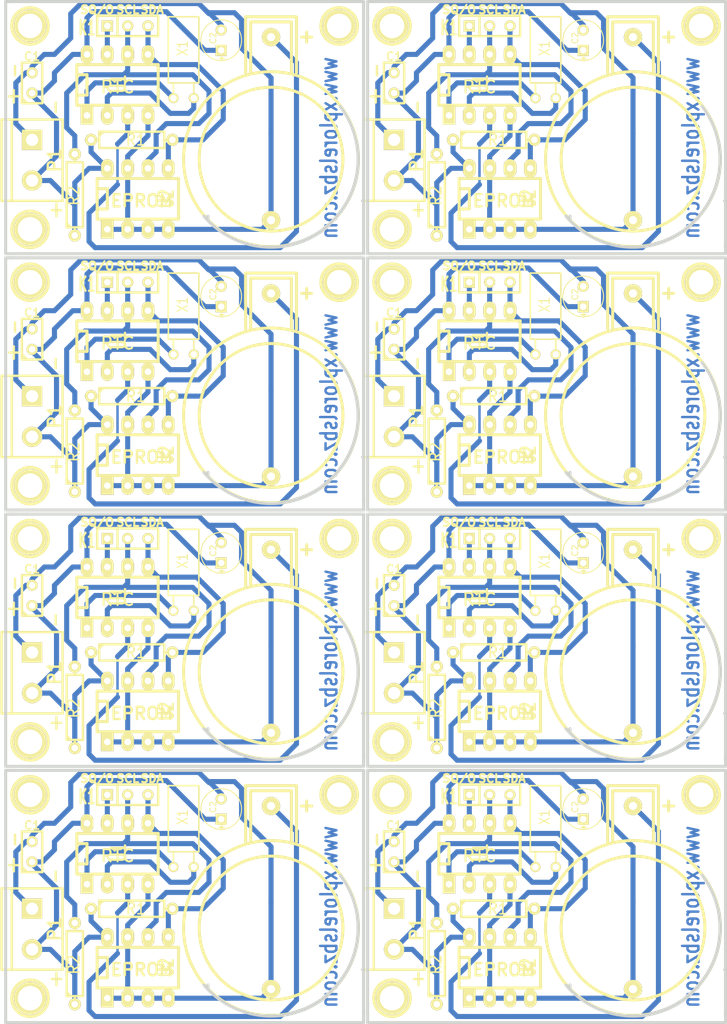
<source format=kicad_pcb>
(kicad_pcb (version 3) (host pcbnew "(2013-07-07 BZR 4022)-stable")
  (layers (15 Front signal) (0 Back signal) (18 B.Paste user) (19 F.Paste user) (20 B.SilkS user) (21 F.SilkS user) (22 B.Mask user) (23 F.Mask user) (28 Edge.Cuts user))
  (net 0 "")
  (net 1 /SCL)
  (net 2 /SDA)
  (net 3 GND)
  (net 4 N-000001)
  (net 5 N-000003)
  (net 6 N-000005)
  (net 7 N-000007)
  (net 8 VCC)
  (module CR2032H (layer Front) (at 248.539 89.027 90)
    (fp_text reference 3,3V1 hide)
    (fp_text value BATTERY hide)
    (pad 2 thru_hole circle (at -7.62 0 90) (size 2.286 2.286) (drill 1.016) (layers *.Cu *.Mask F.SilkS) (net 3 GND))
    (pad 1 thru_hole circle (at 15.24 0 90) (size 2.286 2.286) (drill 1.016) (layers *.Cu *.Mask F.SilkS) (net 7 N-000007))
  )
  (module SIL-3 (layer Front) (at 230.632 72.39)
    (fp_text reference K1 (at -5.08 0.254) (layer F.SilkS) (effects (font (size 1.7907 1.07696) (thickness 0.26924))))
    (fp_text value I2C hide)
    (pad 1 thru_hole rect (at -2.54 0) (size 1.397 1.397) (drill 0.8128) (layers *.Cu *.Mask F.SilkS) (net 6 N-000005))
    (pad 2 thru_hole circle (at 0 0) (size 1.397 1.397) (drill 0.8128) (layers *.Cu *.Mask F.SilkS) (net 1 /SCL))
    (pad 3 thru_hole circle (at 2.54 0) (size 1.397 1.397) (drill 0.8128) (layers *.Cu *.Mask F.SilkS) (net 2 /SDA))
  )
  (module R4 (layer Front) (at 231.14 86.614)
    (fp_text reference R1 (at 0.508 0) (layer F.SilkS) (effects (font (size 1.397 1.27) (thickness 0.2032))))
    (fp_text value 3.3k hide)
    (pad 1 thru_hole circle (at -5.08 0) (size 1.524 1.524) (drill 0.8128) (layers *.Cu *.Mask F.SilkS) (net 8 VCC))
    (pad 2 thru_hole circle (at 5.08 0) (size 1.524 1.524) (drill 0.8128) (layers *.Cu *.Mask F.SilkS) (net 2 /SDA))
  )
  (module R4 (layer Front) (at 224.028 93.472 90)
    (fp_text reference R2 (at -0.12192 -0.14224 90) (layer F.SilkS) (effects (font (size 1.397 1.27) (thickness 0.2032))))
    (fp_text value 3.3K hide)
    (pad 1 thru_hole circle (at -5.08 0 90) (size 1.524 1.524) (drill 0.8128) (layers *.Cu *.Mask F.SilkS) (net 8 VCC))
    (pad 2 thru_hole circle (at 5.08 0 90) (size 1.524 1.524) (drill 0.8128) (layers *.Cu *.Mask F.SilkS) (net 1 /SCL))
  )
  (module QMONTRE (layer Front) (at 237.617 81.407 180)
    (fp_text reference X1 (at 0.127 6.223 270) (layer F.SilkS) (effects (font (size 1.27 1.016) (thickness 0.1524))))
    (fp_text value CRYSTAL hide)
    (pad 1 thru_hole circle (at -1.27 0 180) (size 1.27 1.27) (drill 0.8128) (layers *.Cu *.Mask F.SilkS) (net 5 N-000003))
    (pad 2 thru_hole circle (at 1.27 0 180) (size 1.27 1.27) (drill 0.8128) (layers *.Cu *.Mask F.SilkS) (net 4 N-000001))
  )
  (module DIP-8__300_ELL (layer Front) (at 229.362 79.756)
    (fp_text reference U1 (at 0.127 -0.127 90) (layer F.SilkS) (effects (font (size 1.778 1.143) (thickness 0.28702))))
    (fp_text value DS1307 hide)
    (pad 1 thru_hole rect (at -3.81 3.81) (size 1.5748 2.286) (drill 0.8128) (layers *.Cu *.Mask F.SilkS) (net 4 N-000001))
    (pad 2 thru_hole oval (at -1.27 3.81) (size 1.5748 2.286) (drill 0.8128) (layers *.Cu *.Mask F.SilkS) (net 5 N-000003))
    (pad 3 thru_hole oval (at 1.27 3.81) (size 1.5748 2.286) (drill 0.8128) (layers *.Cu *.Mask F.SilkS) (net 7 N-000007))
    (pad 4 thru_hole oval (at 3.81 3.81) (size 1.5748 2.286) (drill 0.8128) (layers *.Cu *.Mask F.SilkS) (net 3 GND))
    (pad 5 thru_hole oval (at 3.81 -3.81) (size 1.5748 2.286) (drill 0.8128) (layers *.Cu *.Mask F.SilkS) (net 2 /SDA))
    (pad 6 thru_hole oval (at 1.27 -3.81) (size 1.5748 2.286) (drill 0.8128) (layers *.Cu *.Mask F.SilkS) (net 1 /SCL))
    (pad 7 thru_hole oval (at -1.27 -3.81) (size 1.5748 2.286) (drill 0.8128) (layers *.Cu *.Mask F.SilkS) (net 6 N-000005))
    (pad 8 thru_hole oval (at -3.81 -3.81) (size 1.5748 2.286) (drill 0.8128) (layers *.Cu *.Mask F.SilkS) (net 8 VCC))
  )
  (module C1V5 (layer Front) (at 242.316 74.168 90)
    (fp_text reference C2 (at 0.254 -1.016 90) (layer F.SilkS) (effects (font (size 0.762 0.762) (thickness 0.127))))
    (fp_text value CAPAPOL hide)
    (fp_text user + (at -2.286 0 90) (layer F.SilkS) (effects (font (size 0.762 0.762) (thickness 0.1905))))
    (pad 1 thru_hole rect (at -1.27 0 90) (size 1.397 1.397) (drill 0.8128) (layers *.Cu *.Mask F.SilkS) (net 8 VCC))
    (pad 2 thru_hole circle (at 1.27 0 90) (size 1.397 1.397) (drill 0.8128) (layers *.Cu *.Mask F.SilkS) (net 3 GND))
  )
  (module C1 (layer Front) (at 218.694 79.502 90)
    (fp_text reference C1 (at 3.302 0 180) (layer F.SilkS) (effects (font (size 1.016 1.016) (thickness 0.2032))))
    (fp_text value C hide)
    (pad 1 thru_hole circle (at -1.27 0 90) (size 1.397 1.397) (drill 0.8128) (layers *.Cu *.Mask F.SilkS) (net 8 VCC))
    (pad 2 thru_hole circle (at 1.27 0 90) (size 1.397 1.397) (drill 0.8128) (layers *.Cu *.Mask F.SilkS) (net 3 GND))
  )
  (module bornier2 (layer Front) (at 218.694 89.154 270)
    (fp_text reference P1 (at 0 -2.794 270) (layer F.SilkS) (effects (font (size 1.524 1.524) (thickness 0.3048))))
    (fp_text value PWR hide)
    (pad 1 thru_hole rect (at -2.54 0 270) (size 2.54 2.54) (drill 1.524) (layers *.Cu *.Mask F.SilkS) (net 3 GND))
    (pad 2 thru_hole circle (at 2.54 0 270) (size 2.54 2.54) (drill 1.524) (layers *.Cu *.Mask F.SilkS) (net 8 VCC))
  )
  (module 1pin (layer Front) (at 218.44 97.79 90)
    (fp_text reference 1PIN hide)
    (fp_text value P*** hide)
    (pad 1 thru_hole circle (at 0 0 90) (size 4.064 4.064) (drill 3.048) (layers *.Cu *.Mask F.SilkS))
  )
  (module 1pin (layer Front) (at 218.44 72.39 90)
    (fp_text reference 1PIN hide)
    (fp_text value P*** hide)
    (pad 1 thru_hole circle (at 0 0 90) (size 4.064 4.064) (drill 3.048) (layers *.Cu *.Mask F.SilkS))
  )
  (module 1pin (layer Front) (at 257.048 72.39 90)
    (fp_text reference 1PIN hide)
    (fp_text value P*** hide)
    (pad 1 thru_hole circle (at 0 0 90) (size 4.064 4.064) (drill 3.048) (layers *.Cu *.Mask F.SilkS))
  )
  (module DIP-8__300_ELL (layer Front) (at 231.902 93.98)
    (fp_text reference U2 (at 3.556 0 90) (layer F.SilkS) (effects (font (size 1.778 1.143) (thickness 0.3048))))
    (fp_text value 24C16 hide)
    (pad 1 thru_hole rect (at -3.81 3.81) (size 1.5748 2.286) (drill 0.8128) (layers *.Cu *.Mask F.SilkS) (net 3 GND))
    (pad 2 thru_hole oval (at -1.27 3.81) (size 1.5748 2.286) (drill 0.8128) (layers *.Cu *.Mask F.SilkS) (net 3 GND))
    (pad 3 thru_hole oval (at 1.27 3.81) (size 1.5748 2.286) (drill 0.8128) (layers *.Cu *.Mask F.SilkS) (net 3 GND))
    (pad 4 thru_hole oval (at 3.81 3.81) (size 1.5748 2.286) (drill 0.8128) (layers *.Cu *.Mask F.SilkS) (net 3 GND))
    (pad 5 thru_hole oval (at 3.81 -3.81) (size 1.5748 2.286) (drill 0.8128) (layers *.Cu *.Mask F.SilkS) (net 2 /SDA))
    (pad 6 thru_hole oval (at 1.27 -3.81) (size 1.5748 2.286) (drill 0.8128) (layers *.Cu *.Mask F.SilkS) (net 1 /SCL))
    (pad 7 thru_hole oval (at -1.27 -3.81) (size 1.5748 2.286) (drill 0.8128) (layers *.Cu *.Mask F.SilkS) (net 3 GND))
    (pad 8 thru_hole oval (at -3.81 -3.81) (size 1.5748 2.286) (drill 0.8128) (layers *.Cu *.Mask F.SilkS) (net 8 VCC))
  )
  (module CR2032H (layer Front) (at 248.539 121.031 90)
    (fp_text reference 3,3V1 hide)
    (fp_text value BATTERY hide)
    (pad 2 thru_hole circle (at -7.62 0 90) (size 2.286 2.286) (drill 1.016) (layers *.Cu *.Mask F.SilkS) (net 3 GND))
    (pad 1 thru_hole circle (at 15.24 0 90) (size 2.286 2.286) (drill 1.016) (layers *.Cu *.Mask F.SilkS) (net 7 N-000007))
  )
  (module SIL-3 (layer Front) (at 230.632 104.394)
    (fp_text reference K1 (at -5.08 0.254) (layer F.SilkS) (effects (font (size 1.7907 1.07696) (thickness 0.26924))))
    (fp_text value I2C hide)
    (pad 1 thru_hole rect (at -2.54 0) (size 1.397 1.397) (drill 0.8128) (layers *.Cu *.Mask F.SilkS) (net 6 N-000005))
    (pad 2 thru_hole circle (at 0 0) (size 1.397 1.397) (drill 0.8128) (layers *.Cu *.Mask F.SilkS) (net 1 /SCL))
    (pad 3 thru_hole circle (at 2.54 0) (size 1.397 1.397) (drill 0.8128) (layers *.Cu *.Mask F.SilkS) (net 2 /SDA))
  )
  (module R4 (layer Front) (at 231.14 118.618)
    (fp_text reference R1 (at 0.508 0) (layer F.SilkS) (effects (font (size 1.397 1.27) (thickness 0.2032))))
    (fp_text value 3.3k hide)
    (pad 1 thru_hole circle (at -5.08 0) (size 1.524 1.524) (drill 0.8128) (layers *.Cu *.Mask F.SilkS) (net 8 VCC))
    (pad 2 thru_hole circle (at 5.08 0) (size 1.524 1.524) (drill 0.8128) (layers *.Cu *.Mask F.SilkS) (net 2 /SDA))
  )
  (module R4 (layer Front) (at 224.028 125.476 90)
    (fp_text reference R2 (at -0.12192 -0.14224 90) (layer F.SilkS) (effects (font (size 1.397 1.27) (thickness 0.2032))))
    (fp_text value 3.3K hide)
    (pad 1 thru_hole circle (at -5.08 0 90) (size 1.524 1.524) (drill 0.8128) (layers *.Cu *.Mask F.SilkS) (net 8 VCC))
    (pad 2 thru_hole circle (at 5.08 0 90) (size 1.524 1.524) (drill 0.8128) (layers *.Cu *.Mask F.SilkS) (net 1 /SCL))
  )
  (module QMONTRE (layer Front) (at 237.617 113.411 180)
    (fp_text reference X1 (at 0.127 6.223 270) (layer F.SilkS) (effects (font (size 1.27 1.016) (thickness 0.1524))))
    (fp_text value CRYSTAL hide)
    (pad 1 thru_hole circle (at -1.27 0 180) (size 1.27 1.27) (drill 0.8128) (layers *.Cu *.Mask F.SilkS) (net 5 N-000003))
    (pad 2 thru_hole circle (at 1.27 0 180) (size 1.27 1.27) (drill 0.8128) (layers *.Cu *.Mask F.SilkS) (net 4 N-000001))
  )
  (module DIP-8__300_ELL (layer Front) (at 229.362 111.76)
    (fp_text reference U1 (at 0.127 -0.127 90) (layer F.SilkS) (effects (font (size 1.778 1.143) (thickness 0.28702))))
    (fp_text value DS1307 hide)
    (pad 1 thru_hole rect (at -3.81 3.81) (size 1.5748 2.286) (drill 0.8128) (layers *.Cu *.Mask F.SilkS) (net 4 N-000001))
    (pad 2 thru_hole oval (at -1.27 3.81) (size 1.5748 2.286) (drill 0.8128) (layers *.Cu *.Mask F.SilkS) (net 5 N-000003))
    (pad 3 thru_hole oval (at 1.27 3.81) (size 1.5748 2.286) (drill 0.8128) (layers *.Cu *.Mask F.SilkS) (net 7 N-000007))
    (pad 4 thru_hole oval (at 3.81 3.81) (size 1.5748 2.286) (drill 0.8128) (layers *.Cu *.Mask F.SilkS) (net 3 GND))
    (pad 5 thru_hole oval (at 3.81 -3.81) (size 1.5748 2.286) (drill 0.8128) (layers *.Cu *.Mask F.SilkS) (net 2 /SDA))
    (pad 6 thru_hole oval (at 1.27 -3.81) (size 1.5748 2.286) (drill 0.8128) (layers *.Cu *.Mask F.SilkS) (net 1 /SCL))
    (pad 7 thru_hole oval (at -1.27 -3.81) (size 1.5748 2.286) (drill 0.8128) (layers *.Cu *.Mask F.SilkS) (net 6 N-000005))
    (pad 8 thru_hole oval (at -3.81 -3.81) (size 1.5748 2.286) (drill 0.8128) (layers *.Cu *.Mask F.SilkS) (net 8 VCC))
  )
  (module C1V5 (layer Front) (at 242.316 106.172 90)
    (fp_text reference C2 (at 0.254 -1.016 90) (layer F.SilkS) (effects (font (size 0.762 0.762) (thickness 0.127))))
    (fp_text value CAPAPOL hide)
    (fp_text user + (at -2.286 0 90) (layer F.SilkS) (effects (font (size 0.762 0.762) (thickness 0.1905))))
    (pad 1 thru_hole rect (at -1.27 0 90) (size 1.397 1.397) (drill 0.8128) (layers *.Cu *.Mask F.SilkS) (net 8 VCC))
    (pad 2 thru_hole circle (at 1.27 0 90) (size 1.397 1.397) (drill 0.8128) (layers *.Cu *.Mask F.SilkS) (net 3 GND))
  )
  (module C1 (layer Front) (at 218.694 111.506 90)
    (fp_text reference C1 (at 3.302 0 180) (layer F.SilkS) (effects (font (size 1.016 1.016) (thickness 0.2032))))
    (fp_text value C hide)
    (pad 1 thru_hole circle (at -1.27 0 90) (size 1.397 1.397) (drill 0.8128) (layers *.Cu *.Mask F.SilkS) (net 8 VCC))
    (pad 2 thru_hole circle (at 1.27 0 90) (size 1.397 1.397) (drill 0.8128) (layers *.Cu *.Mask F.SilkS) (net 3 GND))
  )
  (module bornier2 (layer Front) (at 218.694 121.158 270)
    (fp_text reference P1 (at 0 -2.794 270) (layer F.SilkS) (effects (font (size 1.524 1.524) (thickness 0.3048))))
    (fp_text value PWR hide)
    (pad 1 thru_hole rect (at -2.54 0 270) (size 2.54 2.54) (drill 1.524) (layers *.Cu *.Mask F.SilkS) (net 3 GND))
    (pad 2 thru_hole circle (at 2.54 0 270) (size 2.54 2.54) (drill 1.524) (layers *.Cu *.Mask F.SilkS) (net 8 VCC))
  )
  (module 1pin (layer Front) (at 218.44 129.794 90)
    (fp_text reference 1PIN hide)
    (fp_text value P*** hide)
    (pad 1 thru_hole circle (at 0 0 90) (size 4.064 4.064) (drill 3.048) (layers *.Cu *.Mask F.SilkS))
  )
  (module 1pin (layer Front) (at 218.44 104.394 90)
    (fp_text reference 1PIN hide)
    (fp_text value P*** hide)
    (pad 1 thru_hole circle (at 0 0 90) (size 4.064 4.064) (drill 3.048) (layers *.Cu *.Mask F.SilkS))
  )
  (module 1pin (layer Front) (at 257.048 104.394 90)
    (fp_text reference 1PIN hide)
    (fp_text value P*** hide)
    (pad 1 thru_hole circle (at 0 0 90) (size 4.064 4.064) (drill 3.048) (layers *.Cu *.Mask F.SilkS))
  )
  (module DIP-8__300_ELL (layer Front) (at 231.902 125.984)
    (fp_text reference U2 (at 3.556 0 90) (layer F.SilkS) (effects (font (size 1.778 1.143) (thickness 0.3048))))
    (fp_text value 24C16 hide)
    (pad 1 thru_hole rect (at -3.81 3.81) (size 1.5748 2.286) (drill 0.8128) (layers *.Cu *.Mask F.SilkS) (net 3 GND))
    (pad 2 thru_hole oval (at -1.27 3.81) (size 1.5748 2.286) (drill 0.8128) (layers *.Cu *.Mask F.SilkS) (net 3 GND))
    (pad 3 thru_hole oval (at 1.27 3.81) (size 1.5748 2.286) (drill 0.8128) (layers *.Cu *.Mask F.SilkS) (net 3 GND))
    (pad 4 thru_hole oval (at 3.81 3.81) (size 1.5748 2.286) (drill 0.8128) (layers *.Cu *.Mask F.SilkS) (net 3 GND))
    (pad 5 thru_hole oval (at 3.81 -3.81) (size 1.5748 2.286) (drill 0.8128) (layers *.Cu *.Mask F.SilkS) (net 2 /SDA))
    (pad 6 thru_hole oval (at 1.27 -3.81) (size 1.5748 2.286) (drill 0.8128) (layers *.Cu *.Mask F.SilkS) (net 1 /SCL))
    (pad 7 thru_hole oval (at -1.27 -3.81) (size 1.5748 2.286) (drill 0.8128) (layers *.Cu *.Mask F.SilkS) (net 3 GND))
    (pad 8 thru_hole oval (at -3.81 -3.81) (size 1.5748 2.286) (drill 0.8128) (layers *.Cu *.Mask F.SilkS) (net 8 VCC))
  )
  (module CR2032H (layer Front) (at 203.327 89.027 90)
    (fp_text reference 3,3V1 hide)
    (fp_text value BATTERY hide)
    (pad 2 thru_hole circle (at -7.62 0 90) (size 2.286 2.286) (drill 1.016) (layers *.Cu *.Mask F.SilkS) (net 3 GND))
    (pad 1 thru_hole circle (at 15.24 0 90) (size 2.286 2.286) (drill 1.016) (layers *.Cu *.Mask F.SilkS) (net 7 N-000007))
  )
  (module SIL-3 (layer Front) (at 185.42 72.39)
    (fp_text reference K1 (at -5.08 0.254) (layer F.SilkS) (effects (font (size 1.7907 1.07696) (thickness 0.26924))))
    (fp_text value I2C hide)
    (pad 1 thru_hole rect (at -2.54 0) (size 1.397 1.397) (drill 0.8128) (layers *.Cu *.Mask F.SilkS) (net 6 N-000005))
    (pad 2 thru_hole circle (at 0 0) (size 1.397 1.397) (drill 0.8128) (layers *.Cu *.Mask F.SilkS) (net 1 /SCL))
    (pad 3 thru_hole circle (at 2.54 0) (size 1.397 1.397) (drill 0.8128) (layers *.Cu *.Mask F.SilkS) (net 2 /SDA))
  )
  (module R4 (layer Front) (at 185.928 86.614)
    (fp_text reference R1 (at 0.508 0) (layer F.SilkS) (effects (font (size 1.397 1.27) (thickness 0.2032))))
    (fp_text value 3.3k hide)
    (pad 1 thru_hole circle (at -5.08 0) (size 1.524 1.524) (drill 0.8128) (layers *.Cu *.Mask F.SilkS) (net 8 VCC))
    (pad 2 thru_hole circle (at 5.08 0) (size 1.524 1.524) (drill 0.8128) (layers *.Cu *.Mask F.SilkS) (net 2 /SDA))
  )
  (module R4 (layer Front) (at 178.816 93.472 90)
    (fp_text reference R2 (at -0.12192 -0.14224 90) (layer F.SilkS) (effects (font (size 1.397 1.27) (thickness 0.2032))))
    (fp_text value 3.3K hide)
    (pad 1 thru_hole circle (at -5.08 0 90) (size 1.524 1.524) (drill 0.8128) (layers *.Cu *.Mask F.SilkS) (net 8 VCC))
    (pad 2 thru_hole circle (at 5.08 0 90) (size 1.524 1.524) (drill 0.8128) (layers *.Cu *.Mask F.SilkS) (net 1 /SCL))
  )
  (module QMONTRE (layer Front) (at 192.405 81.407 180)
    (fp_text reference X1 (at 0.127 6.223 270) (layer F.SilkS) (effects (font (size 1.27 1.016) (thickness 0.1524))))
    (fp_text value CRYSTAL hide)
    (pad 1 thru_hole circle (at -1.27 0 180) (size 1.27 1.27) (drill 0.8128) (layers *.Cu *.Mask F.SilkS) (net 5 N-000003))
    (pad 2 thru_hole circle (at 1.27 0 180) (size 1.27 1.27) (drill 0.8128) (layers *.Cu *.Mask F.SilkS) (net 4 N-000001))
  )
  (module DIP-8__300_ELL (layer Front) (at 184.15 79.756)
    (fp_text reference U1 (at 0.127 -0.127 90) (layer F.SilkS) (effects (font (size 1.778 1.143) (thickness 0.28702))))
    (fp_text value DS1307 hide)
    (pad 1 thru_hole rect (at -3.81 3.81) (size 1.5748 2.286) (drill 0.8128) (layers *.Cu *.Mask F.SilkS) (net 4 N-000001))
    (pad 2 thru_hole oval (at -1.27 3.81) (size 1.5748 2.286) (drill 0.8128) (layers *.Cu *.Mask F.SilkS) (net 5 N-000003))
    (pad 3 thru_hole oval (at 1.27 3.81) (size 1.5748 2.286) (drill 0.8128) (layers *.Cu *.Mask F.SilkS) (net 7 N-000007))
    (pad 4 thru_hole oval (at 3.81 3.81) (size 1.5748 2.286) (drill 0.8128) (layers *.Cu *.Mask F.SilkS) (net 3 GND))
    (pad 5 thru_hole oval (at 3.81 -3.81) (size 1.5748 2.286) (drill 0.8128) (layers *.Cu *.Mask F.SilkS) (net 2 /SDA))
    (pad 6 thru_hole oval (at 1.27 -3.81) (size 1.5748 2.286) (drill 0.8128) (layers *.Cu *.Mask F.SilkS) (net 1 /SCL))
    (pad 7 thru_hole oval (at -1.27 -3.81) (size 1.5748 2.286) (drill 0.8128) (layers *.Cu *.Mask F.SilkS) (net 6 N-000005))
    (pad 8 thru_hole oval (at -3.81 -3.81) (size 1.5748 2.286) (drill 0.8128) (layers *.Cu *.Mask F.SilkS) (net 8 VCC))
  )
  (module C1V5 (layer Front) (at 197.104 74.168 90)
    (fp_text reference C2 (at 0.254 -1.016 90) (layer F.SilkS) (effects (font (size 0.762 0.762) (thickness 0.127))))
    (fp_text value CAPAPOL hide)
    (fp_text user + (at -2.286 0 90) (layer F.SilkS) (effects (font (size 0.762 0.762) (thickness 0.1905))))
    (pad 1 thru_hole rect (at -1.27 0 90) (size 1.397 1.397) (drill 0.8128) (layers *.Cu *.Mask F.SilkS) (net 8 VCC))
    (pad 2 thru_hole circle (at 1.27 0 90) (size 1.397 1.397) (drill 0.8128) (layers *.Cu *.Mask F.SilkS) (net 3 GND))
  )
  (module C1 (layer Front) (at 173.482 79.502 90)
    (fp_text reference C1 (at 3.302 0 180) (layer F.SilkS) (effects (font (size 1.016 1.016) (thickness 0.2032))))
    (fp_text value C hide)
    (pad 1 thru_hole circle (at -1.27 0 90) (size 1.397 1.397) (drill 0.8128) (layers *.Cu *.Mask F.SilkS) (net 8 VCC))
    (pad 2 thru_hole circle (at 1.27 0 90) (size 1.397 1.397) (drill 0.8128) (layers *.Cu *.Mask F.SilkS) (net 3 GND))
  )
  (module bornier2 (layer Front) (at 173.482 89.154 270)
    (fp_text reference P1 (at 0 -2.794 270) (layer F.SilkS) (effects (font (size 1.524 1.524) (thickness 0.3048))))
    (fp_text value PWR hide)
    (pad 1 thru_hole rect (at -2.54 0 270) (size 2.54 2.54) (drill 1.524) (layers *.Cu *.Mask F.SilkS) (net 3 GND))
    (pad 2 thru_hole circle (at 2.54 0 270) (size 2.54 2.54) (drill 1.524) (layers *.Cu *.Mask F.SilkS) (net 8 VCC))
  )
  (module 1pin (layer Front) (at 173.228 97.79 90)
    (fp_text reference 1PIN hide)
    (fp_text value P*** hide)
    (pad 1 thru_hole circle (at 0 0 90) (size 4.064 4.064) (drill 3.048) (layers *.Cu *.Mask F.SilkS))
  )
  (module 1pin (layer Front) (at 173.228 72.39 90)
    (fp_text reference 1PIN hide)
    (fp_text value P*** hide)
    (pad 1 thru_hole circle (at 0 0 90) (size 4.064 4.064) (drill 3.048) (layers *.Cu *.Mask F.SilkS))
  )
  (module 1pin (layer Front) (at 211.836 72.39 90)
    (fp_text reference 1PIN hide)
    (fp_text value P*** hide)
    (pad 1 thru_hole circle (at 0 0 90) (size 4.064 4.064) (drill 3.048) (layers *.Cu *.Mask F.SilkS))
  )
  (module DIP-8__300_ELL (layer Front) (at 186.69 93.98)
    (fp_text reference U2 (at 3.556 0 90) (layer F.SilkS) (effects (font (size 1.778 1.143) (thickness 0.3048))))
    (fp_text value 24C16 hide)
    (pad 1 thru_hole rect (at -3.81 3.81) (size 1.5748 2.286) (drill 0.8128) (layers *.Cu *.Mask F.SilkS) (net 3 GND))
    (pad 2 thru_hole oval (at -1.27 3.81) (size 1.5748 2.286) (drill 0.8128) (layers *.Cu *.Mask F.SilkS) (net 3 GND))
    (pad 3 thru_hole oval (at 1.27 3.81) (size 1.5748 2.286) (drill 0.8128) (layers *.Cu *.Mask F.SilkS) (net 3 GND))
    (pad 4 thru_hole oval (at 3.81 3.81) (size 1.5748 2.286) (drill 0.8128) (layers *.Cu *.Mask F.SilkS) (net 3 GND))
    (pad 5 thru_hole oval (at 3.81 -3.81) (size 1.5748 2.286) (drill 0.8128) (layers *.Cu *.Mask F.SilkS) (net 2 /SDA))
    (pad 6 thru_hole oval (at 1.27 -3.81) (size 1.5748 2.286) (drill 0.8128) (layers *.Cu *.Mask F.SilkS) (net 1 /SCL))
    (pad 7 thru_hole oval (at -1.27 -3.81) (size 1.5748 2.286) (drill 0.8128) (layers *.Cu *.Mask F.SilkS) (net 3 GND))
    (pad 8 thru_hole oval (at -3.81 -3.81) (size 1.5748 2.286) (drill 0.8128) (layers *.Cu *.Mask F.SilkS) (net 8 VCC))
  )
  (module CR2032H (layer Front) (at 203.327 121.031 90)
    (fp_text reference 3,3V1 hide)
    (fp_text value BATTERY hide)
    (pad 2 thru_hole circle (at -7.62 0 90) (size 2.286 2.286) (drill 1.016) (layers *.Cu *.Mask F.SilkS) (net 3 GND))
    (pad 1 thru_hole circle (at 15.24 0 90) (size 2.286 2.286) (drill 1.016) (layers *.Cu *.Mask F.SilkS) (net 7 N-000007))
  )
  (module SIL-3 (layer Front) (at 185.42 104.394)
    (fp_text reference K1 (at -5.08 0.254) (layer F.SilkS) (effects (font (size 1.7907 1.07696) (thickness 0.26924))))
    (fp_text value I2C hide)
    (pad 1 thru_hole rect (at -2.54 0) (size 1.397 1.397) (drill 0.8128) (layers *.Cu *.Mask F.SilkS) (net 6 N-000005))
    (pad 2 thru_hole circle (at 0 0) (size 1.397 1.397) (drill 0.8128) (layers *.Cu *.Mask F.SilkS) (net 1 /SCL))
    (pad 3 thru_hole circle (at 2.54 0) (size 1.397 1.397) (drill 0.8128) (layers *.Cu *.Mask F.SilkS) (net 2 /SDA))
  )
  (module R4 (layer Front) (at 185.928 118.618)
    (fp_text reference R1 (at 0.508 0) (layer F.SilkS) (effects (font (size 1.397 1.27) (thickness 0.2032))))
    (fp_text value 3.3k hide)
    (pad 1 thru_hole circle (at -5.08 0) (size 1.524 1.524) (drill 0.8128) (layers *.Cu *.Mask F.SilkS) (net 8 VCC))
    (pad 2 thru_hole circle (at 5.08 0) (size 1.524 1.524) (drill 0.8128) (layers *.Cu *.Mask F.SilkS) (net 2 /SDA))
  )
  (module R4 (layer Front) (at 178.816 125.476 90)
    (fp_text reference R2 (at -0.12192 -0.14224 90) (layer F.SilkS) (effects (font (size 1.397 1.27) (thickness 0.2032))))
    (fp_text value 3.3K hide)
    (pad 1 thru_hole circle (at -5.08 0 90) (size 1.524 1.524) (drill 0.8128) (layers *.Cu *.Mask F.SilkS) (net 8 VCC))
    (pad 2 thru_hole circle (at 5.08 0 90) (size 1.524 1.524) (drill 0.8128) (layers *.Cu *.Mask F.SilkS) (net 1 /SCL))
  )
  (module QMONTRE (layer Front) (at 192.405 113.411 180)
    (fp_text reference X1 (at 0.127 6.223 270) (layer F.SilkS) (effects (font (size 1.27 1.016) (thickness 0.1524))))
    (fp_text value CRYSTAL hide)
    (pad 1 thru_hole circle (at -1.27 0 180) (size 1.27 1.27) (drill 0.8128) (layers *.Cu *.Mask F.SilkS) (net 5 N-000003))
    (pad 2 thru_hole circle (at 1.27 0 180) (size 1.27 1.27) (drill 0.8128) (layers *.Cu *.Mask F.SilkS) (net 4 N-000001))
  )
  (module DIP-8__300_ELL (layer Front) (at 184.15 111.76)
    (fp_text reference U1 (at 0.127 -0.127 90) (layer F.SilkS) (effects (font (size 1.778 1.143) (thickness 0.28702))))
    (fp_text value DS1307 hide)
    (pad 1 thru_hole rect (at -3.81 3.81) (size 1.5748 2.286) (drill 0.8128) (layers *.Cu *.Mask F.SilkS) (net 4 N-000001))
    (pad 2 thru_hole oval (at -1.27 3.81) (size 1.5748 2.286) (drill 0.8128) (layers *.Cu *.Mask F.SilkS) (net 5 N-000003))
    (pad 3 thru_hole oval (at 1.27 3.81) (size 1.5748 2.286) (drill 0.8128) (layers *.Cu *.Mask F.SilkS) (net 7 N-000007))
    (pad 4 thru_hole oval (at 3.81 3.81) (size 1.5748 2.286) (drill 0.8128) (layers *.Cu *.Mask F.SilkS) (net 3 GND))
    (pad 5 thru_hole oval (at 3.81 -3.81) (size 1.5748 2.286) (drill 0.8128) (layers *.Cu *.Mask F.SilkS) (net 2 /SDA))
    (pad 6 thru_hole oval (at 1.27 -3.81) (size 1.5748 2.286) (drill 0.8128) (layers *.Cu *.Mask F.SilkS) (net 1 /SCL))
    (pad 7 thru_hole oval (at -1.27 -3.81) (size 1.5748 2.286) (drill 0.8128) (layers *.Cu *.Mask F.SilkS) (net 6 N-000005))
    (pad 8 thru_hole oval (at -3.81 -3.81) (size 1.5748 2.286) (drill 0.8128) (layers *.Cu *.Mask F.SilkS) (net 8 VCC))
  )
  (module C1V5 (layer Front) (at 197.104 106.172 90)
    (fp_text reference C2 (at 0.254 -1.016 90) (layer F.SilkS) (effects (font (size 0.762 0.762) (thickness 0.127))))
    (fp_text value CAPAPOL hide)
    (fp_text user + (at -2.286 0 90) (layer F.SilkS) (effects (font (size 0.762 0.762) (thickness 0.1905))))
    (pad 1 thru_hole rect (at -1.27 0 90) (size 1.397 1.397) (drill 0.8128) (layers *.Cu *.Mask F.SilkS) (net 8 VCC))
    (pad 2 thru_hole circle (at 1.27 0 90) (size 1.397 1.397) (drill 0.8128) (layers *.Cu *.Mask F.SilkS) (net 3 GND))
  )
  (module C1 (layer Front) (at 173.482 111.506 90)
    (fp_text reference C1 (at 3.302 0 180) (layer F.SilkS) (effects (font (size 1.016 1.016) (thickness 0.2032))))
    (fp_text value C hide)
    (pad 1 thru_hole circle (at -1.27 0 90) (size 1.397 1.397) (drill 0.8128) (layers *.Cu *.Mask F.SilkS) (net 8 VCC))
    (pad 2 thru_hole circle (at 1.27 0 90) (size 1.397 1.397) (drill 0.8128) (layers *.Cu *.Mask F.SilkS) (net 3 GND))
  )
  (module bornier2 (layer Front) (at 173.482 121.158 270)
    (fp_text reference P1 (at 0 -2.794 270) (layer F.SilkS) (effects (font (size 1.524 1.524) (thickness 0.3048))))
    (fp_text value PWR hide)
    (pad 1 thru_hole rect (at -2.54 0 270) (size 2.54 2.54) (drill 1.524) (layers *.Cu *.Mask F.SilkS) (net 3 GND))
    (pad 2 thru_hole circle (at 2.54 0 270) (size 2.54 2.54) (drill 1.524) (layers *.Cu *.Mask F.SilkS) (net 8 VCC))
  )
  (module 1pin (layer Front) (at 173.228 129.794 90)
    (fp_text reference 1PIN hide)
    (fp_text value P*** hide)
    (pad 1 thru_hole circle (at 0 0 90) (size 4.064 4.064) (drill 3.048) (layers *.Cu *.Mask F.SilkS))
  )
  (module 1pin (layer Front) (at 173.228 104.394 90)
    (fp_text reference 1PIN hide)
    (fp_text value P*** hide)
    (pad 1 thru_hole circle (at 0 0 90) (size 4.064 4.064) (drill 3.048) (layers *.Cu *.Mask F.SilkS))
  )
  (module 1pin (layer Front) (at 211.836 104.394 90)
    (fp_text reference 1PIN hide)
    (fp_text value P*** hide)
    (pad 1 thru_hole circle (at 0 0 90) (size 4.064 4.064) (drill 3.048) (layers *.Cu *.Mask F.SilkS))
  )
  (module DIP-8__300_ELL (layer Front) (at 186.69 125.984)
    (fp_text reference U2 (at 3.556 0 90) (layer F.SilkS) (effects (font (size 1.778 1.143) (thickness 0.3048))))
    (fp_text value 24C16 hide)
    (pad 1 thru_hole rect (at -3.81 3.81) (size 1.5748 2.286) (drill 0.8128) (layers *.Cu *.Mask F.SilkS) (net 3 GND))
    (pad 2 thru_hole oval (at -1.27 3.81) (size 1.5748 2.286) (drill 0.8128) (layers *.Cu *.Mask F.SilkS) (net 3 GND))
    (pad 3 thru_hole oval (at 1.27 3.81) (size 1.5748 2.286) (drill 0.8128) (layers *.Cu *.Mask F.SilkS) (net 3 GND))
    (pad 4 thru_hole oval (at 3.81 3.81) (size 1.5748 2.286) (drill 0.8128) (layers *.Cu *.Mask F.SilkS) (net 3 GND))
    (pad 5 thru_hole oval (at 3.81 -3.81) (size 1.5748 2.286) (drill 0.8128) (layers *.Cu *.Mask F.SilkS) (net 2 /SDA))
    (pad 6 thru_hole oval (at 1.27 -3.81) (size 1.5748 2.286) (drill 0.8128) (layers *.Cu *.Mask F.SilkS) (net 1 /SCL))
    (pad 7 thru_hole oval (at -1.27 -3.81) (size 1.5748 2.286) (drill 0.8128) (layers *.Cu *.Mask F.SilkS) (net 3 GND))
    (pad 8 thru_hole oval (at -3.81 -3.81) (size 1.5748 2.286) (drill 0.8128) (layers *.Cu *.Mask F.SilkS) (net 8 VCC))
  )
  (module CR2032H (layer Front) (at 248.539 57.023 90)
    (fp_text reference 3,3V1 hide)
    (fp_text value BATTERY hide)
    (pad 2 thru_hole circle (at -7.62 0 90) (size 2.286 2.286) (drill 1.016) (layers *.Cu *.Mask F.SilkS) (net 3 GND))
    (pad 1 thru_hole circle (at 15.24 0 90) (size 2.286 2.286) (drill 1.016) (layers *.Cu *.Mask F.SilkS) (net 7 N-000007))
  )
  (module SIL-3 (layer Front) (at 230.632 40.386)
    (fp_text reference K1 (at -5.08 0.254) (layer F.SilkS) (effects (font (size 1.7907 1.07696) (thickness 0.26924))))
    (fp_text value I2C hide)
    (pad 1 thru_hole rect (at -2.54 0) (size 1.397 1.397) (drill 0.8128) (layers *.Cu *.Mask F.SilkS) (net 6 N-000005))
    (pad 2 thru_hole circle (at 0 0) (size 1.397 1.397) (drill 0.8128) (layers *.Cu *.Mask F.SilkS) (net 1 /SCL))
    (pad 3 thru_hole circle (at 2.54 0) (size 1.397 1.397) (drill 0.8128) (layers *.Cu *.Mask F.SilkS) (net 2 /SDA))
  )
  (module R4 (layer Front) (at 231.14 54.61)
    (fp_text reference R1 (at 0.508 0) (layer F.SilkS) (effects (font (size 1.397 1.27) (thickness 0.2032))))
    (fp_text value 3.3k hide)
    (pad 1 thru_hole circle (at -5.08 0) (size 1.524 1.524) (drill 0.8128) (layers *.Cu *.Mask F.SilkS) (net 8 VCC))
    (pad 2 thru_hole circle (at 5.08 0) (size 1.524 1.524) (drill 0.8128) (layers *.Cu *.Mask F.SilkS) (net 2 /SDA))
  )
  (module R4 (layer Front) (at 224.028 61.468 90)
    (fp_text reference R2 (at -0.12192 -0.14224 90) (layer F.SilkS) (effects (font (size 1.397 1.27) (thickness 0.2032))))
    (fp_text value 3.3K hide)
    (pad 1 thru_hole circle (at -5.08 0 90) (size 1.524 1.524) (drill 0.8128) (layers *.Cu *.Mask F.SilkS) (net 8 VCC))
    (pad 2 thru_hole circle (at 5.08 0 90) (size 1.524 1.524) (drill 0.8128) (layers *.Cu *.Mask F.SilkS) (net 1 /SCL))
  )
  (module QMONTRE (layer Front) (at 237.617 49.403 180)
    (fp_text reference X1 (at 0.127 6.223 270) (layer F.SilkS) (effects (font (size 1.27 1.016) (thickness 0.1524))))
    (fp_text value CRYSTAL hide)
    (pad 1 thru_hole circle (at -1.27 0 180) (size 1.27 1.27) (drill 0.8128) (layers *.Cu *.Mask F.SilkS) (net 5 N-000003))
    (pad 2 thru_hole circle (at 1.27 0 180) (size 1.27 1.27) (drill 0.8128) (layers *.Cu *.Mask F.SilkS) (net 4 N-000001))
  )
  (module DIP-8__300_ELL (layer Front) (at 229.362 47.752)
    (fp_text reference U1 (at 0.127 -0.127 90) (layer F.SilkS) (effects (font (size 1.778 1.143) (thickness 0.28702))))
    (fp_text value DS1307 hide)
    (pad 1 thru_hole rect (at -3.81 3.81) (size 1.5748 2.286) (drill 0.8128) (layers *.Cu *.Mask F.SilkS) (net 4 N-000001))
    (pad 2 thru_hole oval (at -1.27 3.81) (size 1.5748 2.286) (drill 0.8128) (layers *.Cu *.Mask F.SilkS) (net 5 N-000003))
    (pad 3 thru_hole oval (at 1.27 3.81) (size 1.5748 2.286) (drill 0.8128) (layers *.Cu *.Mask F.SilkS) (net 7 N-000007))
    (pad 4 thru_hole oval (at 3.81 3.81) (size 1.5748 2.286) (drill 0.8128) (layers *.Cu *.Mask F.SilkS) (net 3 GND))
    (pad 5 thru_hole oval (at 3.81 -3.81) (size 1.5748 2.286) (drill 0.8128) (layers *.Cu *.Mask F.SilkS) (net 2 /SDA))
    (pad 6 thru_hole oval (at 1.27 -3.81) (size 1.5748 2.286) (drill 0.8128) (layers *.Cu *.Mask F.SilkS) (net 1 /SCL))
    (pad 7 thru_hole oval (at -1.27 -3.81) (size 1.5748 2.286) (drill 0.8128) (layers *.Cu *.Mask F.SilkS) (net 6 N-000005))
    (pad 8 thru_hole oval (at -3.81 -3.81) (size 1.5748 2.286) (drill 0.8128) (layers *.Cu *.Mask F.SilkS) (net 8 VCC))
  )
  (module C1V5 (layer Front) (at 242.316 42.164 90)
    (fp_text reference C2 (at 0.254 -1.016 90) (layer F.SilkS) (effects (font (size 0.762 0.762) (thickness 0.127))))
    (fp_text value CAPAPOL hide)
    (fp_text user + (at -2.286 0 90) (layer F.SilkS) (effects (font (size 0.762 0.762) (thickness 0.1905))))
    (pad 1 thru_hole rect (at -1.27 0 90) (size 1.397 1.397) (drill 0.8128) (layers *.Cu *.Mask F.SilkS) (net 8 VCC))
    (pad 2 thru_hole circle (at 1.27 0 90) (size 1.397 1.397) (drill 0.8128) (layers *.Cu *.Mask F.SilkS) (net 3 GND))
  )
  (module C1 (layer Front) (at 218.694 47.498 90)
    (fp_text reference C1 (at 3.302 0 180) (layer F.SilkS) (effects (font (size 1.016 1.016) (thickness 0.2032))))
    (fp_text value C hide)
    (pad 1 thru_hole circle (at -1.27 0 90) (size 1.397 1.397) (drill 0.8128) (layers *.Cu *.Mask F.SilkS) (net 8 VCC))
    (pad 2 thru_hole circle (at 1.27 0 90) (size 1.397 1.397) (drill 0.8128) (layers *.Cu *.Mask F.SilkS) (net 3 GND))
  )
  (module bornier2 (layer Front) (at 218.694 57.15 270)
    (fp_text reference P1 (at 0 -2.794 270) (layer F.SilkS) (effects (font (size 1.524 1.524) (thickness 0.3048))))
    (fp_text value PWR hide)
    (pad 1 thru_hole rect (at -2.54 0 270) (size 2.54 2.54) (drill 1.524) (layers *.Cu *.Mask F.SilkS) (net 3 GND))
    (pad 2 thru_hole circle (at 2.54 0 270) (size 2.54 2.54) (drill 1.524) (layers *.Cu *.Mask F.SilkS) (net 8 VCC))
  )
  (module 1pin (layer Front) (at 218.44 65.786 90)
    (fp_text reference 1PIN hide)
    (fp_text value P*** hide)
    (pad 1 thru_hole circle (at 0 0 90) (size 4.064 4.064) (drill 3.048) (layers *.Cu *.Mask F.SilkS))
  )
  (module 1pin (layer Front) (at 218.44 40.386 90)
    (fp_text reference 1PIN hide)
    (fp_text value P*** hide)
    (pad 1 thru_hole circle (at 0 0 90) (size 4.064 4.064) (drill 3.048) (layers *.Cu *.Mask F.SilkS))
  )
  (module 1pin (layer Front) (at 257.048 40.386 90)
    (fp_text reference 1PIN hide)
    (fp_text value P*** hide)
    (pad 1 thru_hole circle (at 0 0 90) (size 4.064 4.064) (drill 3.048) (layers *.Cu *.Mask F.SilkS))
  )
  (module DIP-8__300_ELL (layer Front) (at 231.902 61.976)
    (fp_text reference U2 (at 3.556 0 90) (layer F.SilkS) (effects (font (size 1.778 1.143) (thickness 0.3048))))
    (fp_text value 24C16 hide)
    (pad 1 thru_hole rect (at -3.81 3.81) (size 1.5748 2.286) (drill 0.8128) (layers *.Cu *.Mask F.SilkS) (net 3 GND))
    (pad 2 thru_hole oval (at -1.27 3.81) (size 1.5748 2.286) (drill 0.8128) (layers *.Cu *.Mask F.SilkS) (net 3 GND))
    (pad 3 thru_hole oval (at 1.27 3.81) (size 1.5748 2.286) (drill 0.8128) (layers *.Cu *.Mask F.SilkS) (net 3 GND))
    (pad 4 thru_hole oval (at 3.81 3.81) (size 1.5748 2.286) (drill 0.8128) (layers *.Cu *.Mask F.SilkS) (net 3 GND))
    (pad 5 thru_hole oval (at 3.81 -3.81) (size 1.5748 2.286) (drill 0.8128) (layers *.Cu *.Mask F.SilkS) (net 2 /SDA))
    (pad 6 thru_hole oval (at 1.27 -3.81) (size 1.5748 2.286) (drill 0.8128) (layers *.Cu *.Mask F.SilkS) (net 1 /SCL))
    (pad 7 thru_hole oval (at -1.27 -3.81) (size 1.5748 2.286) (drill 0.8128) (layers *.Cu *.Mask F.SilkS) (net 3 GND))
    (pad 8 thru_hole oval (at -3.81 -3.81) (size 1.5748 2.286) (drill 0.8128) (layers *.Cu *.Mask F.SilkS) (net 8 VCC))
  )
  (module CR2032H (layer Front) (at 203.327 57.023 90)
    (fp_text reference 3,3V1 hide)
    (fp_text value BATTERY hide)
    (pad 2 thru_hole circle (at -7.62 0 90) (size 2.286 2.286) (drill 1.016) (layers *.Cu *.Mask F.SilkS) (net 3 GND))
    (pad 1 thru_hole circle (at 15.24 0 90) (size 2.286 2.286) (drill 1.016) (layers *.Cu *.Mask F.SilkS) (net 7 N-000007))
  )
  (module SIL-3 (layer Front) (at 185.42 40.386)
    (fp_text reference K1 (at -5.08 0.254) (layer F.SilkS) (effects (font (size 1.7907 1.07696) (thickness 0.26924))))
    (fp_text value I2C hide)
    (pad 1 thru_hole rect (at -2.54 0) (size 1.397 1.397) (drill 0.8128) (layers *.Cu *.Mask F.SilkS) (net 6 N-000005))
    (pad 2 thru_hole circle (at 0 0) (size 1.397 1.397) (drill 0.8128) (layers *.Cu *.Mask F.SilkS) (net 1 /SCL))
    (pad 3 thru_hole circle (at 2.54 0) (size 1.397 1.397) (drill 0.8128) (layers *.Cu *.Mask F.SilkS) (net 2 /SDA))
  )
  (module R4 (layer Front) (at 185.928 54.61)
    (fp_text reference R1 (at 0.508 0) (layer F.SilkS) (effects (font (size 1.397 1.27) (thickness 0.2032))))
    (fp_text value 3.3k hide)
    (pad 1 thru_hole circle (at -5.08 0) (size 1.524 1.524) (drill 0.8128) (layers *.Cu *.Mask F.SilkS) (net 8 VCC))
    (pad 2 thru_hole circle (at 5.08 0) (size 1.524 1.524) (drill 0.8128) (layers *.Cu *.Mask F.SilkS) (net 2 /SDA))
  )
  (module R4 (layer Front) (at 178.816 61.468 90)
    (fp_text reference R2 (at -0.12192 -0.14224 90) (layer F.SilkS) (effects (font (size 1.397 1.27) (thickness 0.2032))))
    (fp_text value 3.3K hide)
    (pad 1 thru_hole circle (at -5.08 0 90) (size 1.524 1.524) (drill 0.8128) (layers *.Cu *.Mask F.SilkS) (net 8 VCC))
    (pad 2 thru_hole circle (at 5.08 0 90) (size 1.524 1.524) (drill 0.8128) (layers *.Cu *.Mask F.SilkS) (net 1 /SCL))
  )
  (module QMONTRE (layer Front) (at 192.405 49.403 180)
    (fp_text reference X1 (at 0.127 6.223 270) (layer F.SilkS) (effects (font (size 1.27 1.016) (thickness 0.1524))))
    (fp_text value CRYSTAL hide)
    (pad 1 thru_hole circle (at -1.27 0 180) (size 1.27 1.27) (drill 0.8128) (layers *.Cu *.Mask F.SilkS) (net 5 N-000003))
    (pad 2 thru_hole circle (at 1.27 0 180) (size 1.27 1.27) (drill 0.8128) (layers *.Cu *.Mask F.SilkS) (net 4 N-000001))
  )
  (module DIP-8__300_ELL (layer Front) (at 184.15 47.752)
    (fp_text reference U1 (at 0.127 -0.127 90) (layer F.SilkS) (effects (font (size 1.778 1.143) (thickness 0.28702))))
    (fp_text value DS1307 hide)
    (pad 1 thru_hole rect (at -3.81 3.81) (size 1.5748 2.286) (drill 0.8128) (layers *.Cu *.Mask F.SilkS) (net 4 N-000001))
    (pad 2 thru_hole oval (at -1.27 3.81) (size 1.5748 2.286) (drill 0.8128) (layers *.Cu *.Mask F.SilkS) (net 5 N-000003))
    (pad 3 thru_hole oval (at 1.27 3.81) (size 1.5748 2.286) (drill 0.8128) (layers *.Cu *.Mask F.SilkS) (net 7 N-000007))
    (pad 4 thru_hole oval (at 3.81 3.81) (size 1.5748 2.286) (drill 0.8128) (layers *.Cu *.Mask F.SilkS) (net 3 GND))
    (pad 5 thru_hole oval (at 3.81 -3.81) (size 1.5748 2.286) (drill 0.8128) (layers *.Cu *.Mask F.SilkS) (net 2 /SDA))
    (pad 6 thru_hole oval (at 1.27 -3.81) (size 1.5748 2.286) (drill 0.8128) (layers *.Cu *.Mask F.SilkS) (net 1 /SCL))
    (pad 7 thru_hole oval (at -1.27 -3.81) (size 1.5748 2.286) (drill 0.8128) (layers *.Cu *.Mask F.SilkS) (net 6 N-000005))
    (pad 8 thru_hole oval (at -3.81 -3.81) (size 1.5748 2.286) (drill 0.8128) (layers *.Cu *.Mask F.SilkS) (net 8 VCC))
  )
  (module C1V5 (layer Front) (at 197.104 42.164 90)
    (fp_text reference C2 (at 0.254 -1.016 90) (layer F.SilkS) (effects (font (size 0.762 0.762) (thickness 0.127))))
    (fp_text value CAPAPOL hide)
    (fp_text user + (at -2.286 0 90) (layer F.SilkS) (effects (font (size 0.762 0.762) (thickness 0.1905))))
    (pad 1 thru_hole rect (at -1.27 0 90) (size 1.397 1.397) (drill 0.8128) (layers *.Cu *.Mask F.SilkS) (net 8 VCC))
    (pad 2 thru_hole circle (at 1.27 0 90) (size 1.397 1.397) (drill 0.8128) (layers *.Cu *.Mask F.SilkS) (net 3 GND))
  )
  (module C1 (layer Front) (at 173.482 47.498 90)
    (fp_text reference C1 (at 3.302 0 180) (layer F.SilkS) (effects (font (size 1.016 1.016) (thickness 0.2032))))
    (fp_text value C hide)
    (pad 1 thru_hole circle (at -1.27 0 90) (size 1.397 1.397) (drill 0.8128) (layers *.Cu *.Mask F.SilkS) (net 8 VCC))
    (pad 2 thru_hole circle (at 1.27 0 90) (size 1.397 1.397) (drill 0.8128) (layers *.Cu *.Mask F.SilkS) (net 3 GND))
  )
  (module bornier2 (layer Front) (at 173.482 57.15 270)
    (fp_text reference P1 (at 0 -2.794 270) (layer F.SilkS) (effects (font (size 1.524 1.524) (thickness 0.3048))))
    (fp_text value PWR hide)
    (pad 1 thru_hole rect (at -2.54 0 270) (size 2.54 2.54) (drill 1.524) (layers *.Cu *.Mask F.SilkS) (net 3 GND))
    (pad 2 thru_hole circle (at 2.54 0 270) (size 2.54 2.54) (drill 1.524) (layers *.Cu *.Mask F.SilkS) (net 8 VCC))
  )
  (module 1pin (layer Front) (at 173.228 65.786 90)
    (fp_text reference 1PIN hide)
    (fp_text value P*** hide)
    (pad 1 thru_hole circle (at 0 0 90) (size 4.064 4.064) (drill 3.048) (layers *.Cu *.Mask F.SilkS))
  )
  (module 1pin (layer Front) (at 173.228 40.386 90)
    (fp_text reference 1PIN hide)
    (fp_text value P*** hide)
    (pad 1 thru_hole circle (at 0 0 90) (size 4.064 4.064) (drill 3.048) (layers *.Cu *.Mask F.SilkS))
  )
  (module 1pin (layer Front) (at 211.836 40.386 90)
    (fp_text reference 1PIN hide)
    (fp_text value P*** hide)
    (pad 1 thru_hole circle (at 0 0 90) (size 4.064 4.064) (drill 3.048) (layers *.Cu *.Mask F.SilkS))
  )
  (module DIP-8__300_ELL (layer Front) (at 186.69 61.976)
    (fp_text reference U2 (at 3.556 0 90) (layer F.SilkS) (effects (font (size 1.778 1.143) (thickness 0.3048))))
    (fp_text value 24C16 hide)
    (pad 1 thru_hole rect (at -3.81 3.81) (size 1.5748 2.286) (drill 0.8128) (layers *.Cu *.Mask F.SilkS) (net 3 GND))
    (pad 2 thru_hole oval (at -1.27 3.81) (size 1.5748 2.286) (drill 0.8128) (layers *.Cu *.Mask F.SilkS) (net 3 GND))
    (pad 3 thru_hole oval (at 1.27 3.81) (size 1.5748 2.286) (drill 0.8128) (layers *.Cu *.Mask F.SilkS) (net 3 GND))
    (pad 4 thru_hole oval (at 3.81 3.81) (size 1.5748 2.286) (drill 0.8128) (layers *.Cu *.Mask F.SilkS) (net 3 GND))
    (pad 5 thru_hole oval (at 3.81 -3.81) (size 1.5748 2.286) (drill 0.8128) (layers *.Cu *.Mask F.SilkS) (net 2 /SDA))
    (pad 6 thru_hole oval (at 1.27 -3.81) (size 1.5748 2.286) (drill 0.8128) (layers *.Cu *.Mask F.SilkS) (net 1 /SCL))
    (pad 7 thru_hole oval (at -1.27 -3.81) (size 1.5748 2.286) (drill 0.8128) (layers *.Cu *.Mask F.SilkS) (net 3 GND))
    (pad 8 thru_hole oval (at -3.81 -3.81) (size 1.5748 2.286) (drill 0.8128) (layers *.Cu *.Mask F.SilkS) (net 8 VCC))
  )
  (module CR2032H (layer Front) (at 203.327 153.035 90)
    (fp_text reference 3,3V1 hide)
    (fp_text value BATTERY hide)
    (pad 2 thru_hole circle (at -7.62 0 90) (size 2.286 2.286) (drill 1.016) (layers *.Cu *.Mask F.SilkS) (net 3 GND))
    (pad 1 thru_hole circle (at 15.24 0 90) (size 2.286 2.286) (drill 1.016) (layers *.Cu *.Mask F.SilkS) (net 7 N-000007))
  )
  (module SIL-3 (layer Front) (at 185.42 136.398)
    (fp_text reference K1 (at -5.08 0.254) (layer F.SilkS) (effects (font (size 1.7907 1.07696) (thickness 0.26924))))
    (fp_text value I2C hide)
    (pad 1 thru_hole rect (at -2.54 0) (size 1.397 1.397) (drill 0.8128) (layers *.Cu *.Mask F.SilkS) (net 6 N-000005))
    (pad 2 thru_hole circle (at 0 0) (size 1.397 1.397) (drill 0.8128) (layers *.Cu *.Mask F.SilkS) (net 1 /SCL))
    (pad 3 thru_hole circle (at 2.54 0) (size 1.397 1.397) (drill 0.8128) (layers *.Cu *.Mask F.SilkS) (net 2 /SDA))
  )
  (module R4 (layer Front) (at 185.928 150.622)
    (fp_text reference R1 (at 0.508 0) (layer F.SilkS) (effects (font (size 1.397 1.27) (thickness 0.2032))))
    (fp_text value 3.3k hide)
    (pad 1 thru_hole circle (at -5.08 0) (size 1.524 1.524) (drill 0.8128) (layers *.Cu *.Mask F.SilkS) (net 8 VCC))
    (pad 2 thru_hole circle (at 5.08 0) (size 1.524 1.524) (drill 0.8128) (layers *.Cu *.Mask F.SilkS) (net 2 /SDA))
  )
  (module R4 (layer Front) (at 178.816 157.48 90)
    (fp_text reference R2 (at -0.12192 -0.14224 90) (layer F.SilkS) (effects (font (size 1.397 1.27) (thickness 0.2032))))
    (fp_text value 3.3K hide)
    (pad 1 thru_hole circle (at -5.08 0 90) (size 1.524 1.524) (drill 0.8128) (layers *.Cu *.Mask F.SilkS) (net 8 VCC))
    (pad 2 thru_hole circle (at 5.08 0 90) (size 1.524 1.524) (drill 0.8128) (layers *.Cu *.Mask F.SilkS) (net 1 /SCL))
  )
  (module QMONTRE (layer Front) (at 192.405 145.415 180)
    (fp_text reference X1 (at 0.127 6.223 270) (layer F.SilkS) (effects (font (size 1.27 1.016) (thickness 0.1524))))
    (fp_text value CRYSTAL hide)
    (pad 1 thru_hole circle (at -1.27 0 180) (size 1.27 1.27) (drill 0.8128) (layers *.Cu *.Mask F.SilkS) (net 5 N-000003))
    (pad 2 thru_hole circle (at 1.27 0 180) (size 1.27 1.27) (drill 0.8128) (layers *.Cu *.Mask F.SilkS) (net 4 N-000001))
  )
  (module DIP-8__300_ELL (layer Front) (at 184.15 143.764)
    (fp_text reference U1 (at 0.127 -0.127 90) (layer F.SilkS) (effects (font (size 1.778 1.143) (thickness 0.28702))))
    (fp_text value DS1307 hide)
    (pad 1 thru_hole rect (at -3.81 3.81) (size 1.5748 2.286) (drill 0.8128) (layers *.Cu *.Mask F.SilkS) (net 4 N-000001))
    (pad 2 thru_hole oval (at -1.27 3.81) (size 1.5748 2.286) (drill 0.8128) (layers *.Cu *.Mask F.SilkS) (net 5 N-000003))
    (pad 3 thru_hole oval (at 1.27 3.81) (size 1.5748 2.286) (drill 0.8128) (layers *.Cu *.Mask F.SilkS) (net 7 N-000007))
    (pad 4 thru_hole oval (at 3.81 3.81) (size 1.5748 2.286) (drill 0.8128) (layers *.Cu *.Mask F.SilkS) (net 3 GND))
    (pad 5 thru_hole oval (at 3.81 -3.81) (size 1.5748 2.286) (drill 0.8128) (layers *.Cu *.Mask F.SilkS) (net 2 /SDA))
    (pad 6 thru_hole oval (at 1.27 -3.81) (size 1.5748 2.286) (drill 0.8128) (layers *.Cu *.Mask F.SilkS) (net 1 /SCL))
    (pad 7 thru_hole oval (at -1.27 -3.81) (size 1.5748 2.286) (drill 0.8128) (layers *.Cu *.Mask F.SilkS) (net 6 N-000005))
    (pad 8 thru_hole oval (at -3.81 -3.81) (size 1.5748 2.286) (drill 0.8128) (layers *.Cu *.Mask F.SilkS) (net 8 VCC))
  )
  (module C1V5 (layer Front) (at 197.104 138.176 90)
    (fp_text reference C2 (at 0.254 -1.016 90) (layer F.SilkS) (effects (font (size 0.762 0.762) (thickness 0.127))))
    (fp_text value CAPAPOL hide)
    (fp_text user + (at -2.286 0 90) (layer F.SilkS) (effects (font (size 0.762 0.762) (thickness 0.1905))))
    (pad 1 thru_hole rect (at -1.27 0 90) (size 1.397 1.397) (drill 0.8128) (layers *.Cu *.Mask F.SilkS) (net 8 VCC))
    (pad 2 thru_hole circle (at 1.27 0 90) (size 1.397 1.397) (drill 0.8128) (layers *.Cu *.Mask F.SilkS) (net 3 GND))
  )
  (module C1 (layer Front) (at 173.482 143.51 90)
    (fp_text reference C1 (at 3.302 0 180) (layer F.SilkS) (effects (font (size 1.016 1.016) (thickness 0.2032))))
    (fp_text value C hide)
    (pad 1 thru_hole circle (at -1.27 0 90) (size 1.397 1.397) (drill 0.8128) (layers *.Cu *.Mask F.SilkS) (net 8 VCC))
    (pad 2 thru_hole circle (at 1.27 0 90) (size 1.397 1.397) (drill 0.8128) (layers *.Cu *.Mask F.SilkS) (net 3 GND))
  )
  (module bornier2 (layer Front) (at 173.482 153.162 270)
    (fp_text reference P1 (at 0 -2.794 270) (layer F.SilkS) (effects (font (size 1.524 1.524) (thickness 0.3048))))
    (fp_text value PWR hide)
    (pad 1 thru_hole rect (at -2.54 0 270) (size 2.54 2.54) (drill 1.524) (layers *.Cu *.Mask F.SilkS) (net 3 GND))
    (pad 2 thru_hole circle (at 2.54 0 270) (size 2.54 2.54) (drill 1.524) (layers *.Cu *.Mask F.SilkS) (net 8 VCC))
  )
  (module 1pin (layer Front) (at 173.228 161.798 90)
    (fp_text reference 1PIN hide)
    (fp_text value P*** hide)
    (pad 1 thru_hole circle (at 0 0 90) (size 4.064 4.064) (drill 3.048) (layers *.Cu *.Mask F.SilkS))
  )
  (module 1pin (layer Front) (at 173.228 136.398 90)
    (fp_text reference 1PIN hide)
    (fp_text value P*** hide)
    (pad 1 thru_hole circle (at 0 0 90) (size 4.064 4.064) (drill 3.048) (layers *.Cu *.Mask F.SilkS))
  )
  (module 1pin (layer Front) (at 211.836 136.398 90)
    (fp_text reference 1PIN hide)
    (fp_text value P*** hide)
    (pad 1 thru_hole circle (at 0 0 90) (size 4.064 4.064) (drill 3.048) (layers *.Cu *.Mask F.SilkS))
  )
  (module DIP-8__300_ELL (layer Front) (at 186.69 157.988)
    (fp_text reference U2 (at 3.556 0 90) (layer F.SilkS) (effects (font (size 1.778 1.143) (thickness 0.3048))))
    (fp_text value 24C16 hide)
    (pad 1 thru_hole rect (at -3.81 3.81) (size 1.5748 2.286) (drill 0.8128) (layers *.Cu *.Mask F.SilkS) (net 3 GND))
    (pad 2 thru_hole oval (at -1.27 3.81) (size 1.5748 2.286) (drill 0.8128) (layers *.Cu *.Mask F.SilkS) (net 3 GND))
    (pad 3 thru_hole oval (at 1.27 3.81) (size 1.5748 2.286) (drill 0.8128) (layers *.Cu *.Mask F.SilkS) (net 3 GND))
    (pad 4 thru_hole oval (at 3.81 3.81) (size 1.5748 2.286) (drill 0.8128) (layers *.Cu *.Mask F.SilkS) (net 3 GND))
    (pad 5 thru_hole oval (at 3.81 -3.81) (size 1.5748 2.286) (drill 0.8128) (layers *.Cu *.Mask F.SilkS) (net 2 /SDA))
    (pad 6 thru_hole oval (at 1.27 -3.81) (size 1.5748 2.286) (drill 0.8128) (layers *.Cu *.Mask F.SilkS) (net 1 /SCL))
    (pad 7 thru_hole oval (at -1.27 -3.81) (size 1.5748 2.286) (drill 0.8128) (layers *.Cu *.Mask F.SilkS) (net 3 GND))
    (pad 8 thru_hole oval (at -3.81 -3.81) (size 1.5748 2.286) (drill 0.8128) (layers *.Cu *.Mask F.SilkS) (net 8 VCC))
  )
  (module CR2032H (layer Front) (at 248.539 153.035 90)
    (fp_text reference 3,3V1 hide)
    (fp_text value BATTERY hide)
    (pad 2 thru_hole circle (at -7.62 0 90) (size 2.286 2.286) (drill 1.016) (layers *.Cu *.Mask F.SilkS) (net 3 GND))
    (pad 1 thru_hole circle (at 15.24 0 90) (size 2.286 2.286) (drill 1.016) (layers *.Cu *.Mask F.SilkS) (net 7 N-000007))
  )
  (module SIL-3 (layer Front) (at 230.632 136.398)
    (fp_text reference K1 (at -5.08 0.254) (layer F.SilkS) (effects (font (size 1.7907 1.07696) (thickness 0.26924))))
    (fp_text value I2C hide)
    (pad 1 thru_hole rect (at -2.54 0) (size 1.397 1.397) (drill 0.8128) (layers *.Cu *.Mask F.SilkS) (net 6 N-000005))
    (pad 2 thru_hole circle (at 0 0) (size 1.397 1.397) (drill 0.8128) (layers *.Cu *.Mask F.SilkS) (net 1 /SCL))
    (pad 3 thru_hole circle (at 2.54 0) (size 1.397 1.397) (drill 0.8128) (layers *.Cu *.Mask F.SilkS) (net 2 /SDA))
  )
  (module R4 (layer Front) (at 231.14 150.622)
    (fp_text reference R1 (at 0.508 0) (layer F.SilkS) (effects (font (size 1.397 1.27) (thickness 0.2032))))
    (fp_text value 3.3k hide)
    (pad 1 thru_hole circle (at -5.08 0) (size 1.524 1.524) (drill 0.8128) (layers *.Cu *.Mask F.SilkS) (net 8 VCC))
    (pad 2 thru_hole circle (at 5.08 0) (size 1.524 1.524) (drill 0.8128) (layers *.Cu *.Mask F.SilkS) (net 2 /SDA))
  )
  (module R4 (layer Front) (at 224.028 157.48 90)
    (fp_text reference R2 (at -0.12192 -0.14224 90) (layer F.SilkS) (effects (font (size 1.397 1.27) (thickness 0.2032))))
    (fp_text value 3.3K hide)
    (pad 1 thru_hole circle (at -5.08 0 90) (size 1.524 1.524) (drill 0.8128) (layers *.Cu *.Mask F.SilkS) (net 8 VCC))
    (pad 2 thru_hole circle (at 5.08 0 90) (size 1.524 1.524) (drill 0.8128) (layers *.Cu *.Mask F.SilkS) (net 1 /SCL))
  )
  (module QMONTRE (layer Front) (at 237.617 145.415 180)
    (fp_text reference X1 (at 0.127 6.223 270) (layer F.SilkS) (effects (font (size 1.27 1.016) (thickness 0.1524))))
    (fp_text value CRYSTAL hide)
    (pad 1 thru_hole circle (at -1.27 0 180) (size 1.27 1.27) (drill 0.8128) (layers *.Cu *.Mask F.SilkS) (net 5 N-000003))
    (pad 2 thru_hole circle (at 1.27 0 180) (size 1.27 1.27) (drill 0.8128) (layers *.Cu *.Mask F.SilkS) (net 4 N-000001))
  )
  (module DIP-8__300_ELL (layer Front) (at 229.362 143.764)
    (fp_text reference U1 (at 0.127 -0.127 90) (layer F.SilkS) (effects (font (size 1.778 1.143) (thickness 0.28702))))
    (fp_text value DS1307 hide)
    (pad 1 thru_hole rect (at -3.81 3.81) (size 1.5748 2.286) (drill 0.8128) (layers *.Cu *.Mask F.SilkS) (net 4 N-000001))
    (pad 2 thru_hole oval (at -1.27 3.81) (size 1.5748 2.286) (drill 0.8128) (layers *.Cu *.Mask F.SilkS) (net 5 N-000003))
    (pad 3 thru_hole oval (at 1.27 3.81) (size 1.5748 2.286) (drill 0.8128) (layers *.Cu *.Mask F.SilkS) (net 7 N-000007))
    (pad 4 thru_hole oval (at 3.81 3.81) (size 1.5748 2.286) (drill 0.8128) (layers *.Cu *.Mask F.SilkS) (net 3 GND))
    (pad 5 thru_hole oval (at 3.81 -3.81) (size 1.5748 2.286) (drill 0.8128) (layers *.Cu *.Mask F.SilkS) (net 2 /SDA))
    (pad 6 thru_hole oval (at 1.27 -3.81) (size 1.5748 2.286) (drill 0.8128) (layers *.Cu *.Mask F.SilkS) (net 1 /SCL))
    (pad 7 thru_hole oval (at -1.27 -3.81) (size 1.5748 2.286) (drill 0.8128) (layers *.Cu *.Mask F.SilkS) (net 6 N-000005))
    (pad 8 thru_hole oval (at -3.81 -3.81) (size 1.5748 2.286) (drill 0.8128) (layers *.Cu *.Mask F.SilkS) (net 8 VCC))
  )
  (module C1V5 (layer Front) (at 242.316 138.176 90)
    (fp_text reference C2 (at 0.254 -1.016 90) (layer F.SilkS) (effects (font (size 0.762 0.762) (thickness 0.127))))
    (fp_text value CAPAPOL hide)
    (fp_text user + (at -2.286 0 90) (layer F.SilkS) (effects (font (size 0.762 0.762) (thickness 0.1905))))
    (pad 1 thru_hole rect (at -1.27 0 90) (size 1.397 1.397) (drill 0.8128) (layers *.Cu *.Mask F.SilkS) (net 8 VCC))
    (pad 2 thru_hole circle (at 1.27 0 90) (size 1.397 1.397) (drill 0.8128) (layers *.Cu *.Mask F.SilkS) (net 3 GND))
  )
  (module C1 (layer Front) (at 218.694 143.51 90)
    (fp_text reference C1 (at 3.302 0 180) (layer F.SilkS) (effects (font (size 1.016 1.016) (thickness 0.2032))))
    (fp_text value C hide)
    (pad 1 thru_hole circle (at -1.27 0 90) (size 1.397 1.397) (drill 0.8128) (layers *.Cu *.Mask F.SilkS) (net 8 VCC))
    (pad 2 thru_hole circle (at 1.27 0 90) (size 1.397 1.397) (drill 0.8128) (layers *.Cu *.Mask F.SilkS) (net 3 GND))
  )
  (module bornier2 (layer Front) (at 218.694 153.162 270)
    (fp_text reference P1 (at 0 -2.794 270) (layer F.SilkS) (effects (font (size 1.524 1.524) (thickness 0.3048))))
    (fp_text value PWR hide)
    (pad 1 thru_hole rect (at -2.54 0 270) (size 2.54 2.54) (drill 1.524) (layers *.Cu *.Mask F.SilkS) (net 3 GND))
    (pad 2 thru_hole circle (at 2.54 0 270) (size 2.54 2.54) (drill 1.524) (layers *.Cu *.Mask F.SilkS) (net 8 VCC))
  )
  (module 1pin (layer Front) (at 218.44 161.798 90)
    (fp_text reference 1PIN hide)
    (fp_text value P*** hide)
    (pad 1 thru_hole circle (at 0 0 90) (size 4.064 4.064) (drill 3.048) (layers *.Cu *.Mask F.SilkS))
  )
  (module 1pin (layer Front) (at 218.44 136.398 90)
    (fp_text reference 1PIN hide)
    (fp_text value P*** hide)
    (pad 1 thru_hole circle (at 0 0 90) (size 4.064 4.064) (drill 3.048) (layers *.Cu *.Mask F.SilkS))
  )
  (module 1pin (layer Front) (at 257.048 136.398 90)
    (fp_text reference 1PIN hide)
    (fp_text value P*** hide)
    (pad 1 thru_hole circle (at 0 0 90) (size 4.064 4.064) (drill 3.048) (layers *.Cu *.Mask F.SilkS))
  )
  (module DIP-8__300_ELL (layer Front) (at 231.902 157.988)
    (fp_text reference U2 (at 3.556 0 90) (layer F.SilkS) (effects (font (size 1.778 1.143) (thickness 0.3048))))
    (fp_text value 24C16 hide)
    (pad 1 thru_hole rect (at -3.81 3.81) (size 1.5748 2.286) (drill 0.8128) (layers *.Cu *.Mask F.SilkS) (net 3 GND))
    (pad 2 thru_hole oval (at -1.27 3.81) (size 1.5748 2.286) (drill 0.8128) (layers *.Cu *.Mask F.SilkS) (net 3 GND))
    (pad 3 thru_hole oval (at 1.27 3.81) (size 1.5748 2.286) (drill 0.8128) (layers *.Cu *.Mask F.SilkS) (net 3 GND))
    (pad 4 thru_hole oval (at 3.81 3.81) (size 1.5748 2.286) (drill 0.8128) (layers *.Cu *.Mask F.SilkS) (net 3 GND))
    (pad 5 thru_hole oval (at 3.81 -3.81) (size 1.5748 2.286) (drill 0.8128) (layers *.Cu *.Mask F.SilkS) (net 2 /SDA))
    (pad 6 thru_hole oval (at 1.27 -3.81) (size 1.5748 2.286) (drill 0.8128) (layers *.Cu *.Mask F.SilkS) (net 1 /SCL))
    (pad 7 thru_hole oval (at -1.27 -3.81) (size 1.5748 2.286) (drill 0.8128) (layers *.Cu *.Mask F.SilkS) (net 3 GND))
    (pad 8 thru_hole oval (at -3.81 -3.81) (size 1.5748 2.286) (drill 0.8128) (layers *.Cu *.Mask F.SilkS) (net 8 VCC))
  )
  (gr_text EPROM (at 232.41 94.234) (layer F.SilkS) (effects (font (size 1.524 1.524) (thickness 0.3048))))
  (gr_text RTC (at 229.362 80.01) (layer F.SilkS) (effects (font (size 1.524 1.524) (thickness 0.254))))
  (gr_text www.xplorelsbz.com (at 255.778 87.63 90) (layer Back) (effects (font (size 2.032 1.524) (thickness 0.3048)) (justify mirror)))
  (gr_text SQ/O (at 226.822 70.358) (layer F.SilkS) (effects (font (size 1.016 1.016) (thickness 0.254))))
  (gr_text SDA (at 233.68 70.358) (layer F.SilkS) (effects (font (size 1.016 1.016) (thickness 0.254))))
  (gr_text SCL (at 230.632 70.358) (layer F.SilkS) (effects (font (size 1.016 1.016) (thickness 0.254))))
  (gr_text - (at 221.488 82.55 90) (layer F.SilkS) (effects (font (size 2.032 1.524) (thickness 0.3048))))
  (gr_text + (at 221.742 95.25) (layer F.SilkS) (effects (font (size 2.032 1.524) (thickness 0.3048))))
  (gr_text - (at 216.408 77.978 90) (layer F.SilkS) (effects (font (size 2.032 1.524) (thickness 0.3048))))
  (gr_text + (at 216.408 81.026) (layer F.SilkS) (effects (font (size 2.032 1.524) (thickness 0.3048))))
  (gr_line (start 215.392 69.342) (end 216.408 69.342) (angle 90) (layer Edge.Cuts) (width 0.381))
  (gr_line (start 215.392 100.838) (end 215.392 69.342) (angle 90) (layer Edge.Cuts) (width 0.381))
  (gr_line (start 215.9 100.838) (end 215.392 100.838) (angle 90) (layer Edge.Cuts) (width 0.381))
  (gr_line (start 260.096 100.838) (end 260.096 99.822) (angle 90) (layer Edge.Cuts) (width 0.381))
  (gr_line (start 215.9 100.838) (end 260.096 100.838) (angle 90) (layer Edge.Cuts) (width 0.381))
  (gr_line (start 260.096 100.076) (end 260.096 99.314) (angle 90) (layer Edge.Cuts) (width 0.381))
  (gr_line (start 218.186 69.342) (end 215.646 69.342) (angle 90) (layer Edge.Cuts) (width 0.381))
  (gr_line (start 260.096 94.234) (end 259.969 94.234) (angle 90) (layer Edge.Cuts) (width 0.381))
  (gr_line (start 260.096 99.949) (end 260.096 94.234) (angle 90) (layer Edge.Cuts) (width 0.381))
  (gr_line (start 260.096 94.234) (end 260.096 69.342) (angle 90) (layer Edge.Cuts) (width 0.381))
  (gr_line (start 259.588 69.342) (end 260.096 69.342) (angle 90) (layer Edge.Cuts) (width 0.381))
  (gr_line (start 259.588 69.342) (end 217.932 69.342) (angle 90) (layer Edge.Cuts) (width 0.381))
  (gr_line (start 240.665 96.647) (end 240.665 96.139) (angle 90) (layer Edge.Cuts) (width 0.381))
  (gr_arc (start 248.539 89.027) (end 255.651 97.409) (angle 90) (layer Edge.Cuts) (width 0.381))
  (gr_arc (start 248.539 89.027) (end 257.175 82.423) (angle 90) (layer Edge.Cuts) (width 0.381))
  (gr_arc (start 248.539 89.027) (end 259.207 86.741) (angle 90) (layer Edge.Cuts) (width 0.381))
  (gr_text EPROM (at 232.41 126.238) (layer F.SilkS) (effects (font (size 1.524 1.524) (thickness 0.3048))))
  (gr_text RTC (at 229.362 112.014) (layer F.SilkS) (effects (font (size 1.524 1.524) (thickness 0.254))))
  (gr_text www.xplorelsbz.com (at 255.778 119.634 90) (layer Back) (effects (font (size 2.032 1.524) (thickness 0.3048)) (justify mirror)))
  (gr_text SQ/O (at 226.822 102.362) (layer F.SilkS) (effects (font (size 1.016 1.016) (thickness 0.254))))
  (gr_text SDA (at 233.68 102.362) (layer F.SilkS) (effects (font (size 1.016 1.016) (thickness 0.254))))
  (gr_text SCL (at 230.632 102.362) (layer F.SilkS) (effects (font (size 1.016 1.016) (thickness 0.254))))
  (gr_text - (at 221.488 114.554 90) (layer F.SilkS) (effects (font (size 2.032 1.524) (thickness 0.3048))))
  (gr_text + (at 221.742 127.254) (layer F.SilkS) (effects (font (size 2.032 1.524) (thickness 0.3048))))
  (gr_text - (at 216.408 109.982 90) (layer F.SilkS) (effects (font (size 2.032 1.524) (thickness 0.3048))))
  (gr_text + (at 216.408 113.03) (layer F.SilkS) (effects (font (size 2.032 1.524) (thickness 0.3048))))
  (gr_line (start 215.392 101.346) (end 216.408 101.346) (angle 90) (layer Edge.Cuts) (width 0.381))
  (gr_line (start 215.392 132.842) (end 215.392 101.346) (angle 90) (layer Edge.Cuts) (width 0.381))
  (gr_line (start 215.9 132.842) (end 215.392 132.842) (angle 90) (layer Edge.Cuts) (width 0.381))
  (gr_line (start 260.096 132.842) (end 260.096 131.826) (angle 90) (layer Edge.Cuts) (width 0.381))
  (gr_line (start 215.9 132.842) (end 260.096 132.842) (angle 90) (layer Edge.Cuts) (width 0.381))
  (gr_line (start 260.096 132.08) (end 260.096 131.318) (angle 90) (layer Edge.Cuts) (width 0.381))
  (gr_line (start 218.186 101.346) (end 215.646 101.346) (angle 90) (layer Edge.Cuts) (width 0.381))
  (gr_line (start 260.096 126.238) (end 259.969 126.238) (angle 90) (layer Edge.Cuts) (width 0.381))
  (gr_line (start 260.096 131.953) (end 260.096 126.238) (angle 90) (layer Edge.Cuts) (width 0.381))
  (gr_line (start 260.096 126.238) (end 260.096 101.346) (angle 90) (layer Edge.Cuts) (width 0.381))
  (gr_line (start 259.588 101.346) (end 260.096 101.346) (angle 90) (layer Edge.Cuts) (width 0.381))
  (gr_line (start 259.588 101.346) (end 217.932 101.346) (angle 90) (layer Edge.Cuts) (width 0.381))
  (gr_line (start 240.665 128.651) (end 240.665 128.143) (angle 90) (layer Edge.Cuts) (width 0.381))
  (gr_arc (start 248.539 121.031) (end 255.651 129.413) (angle 90) (layer Edge.Cuts) (width 0.381))
  (gr_arc (start 248.539 121.031) (end 257.175 114.427) (angle 90) (layer Edge.Cuts) (width 0.381))
  (gr_arc (start 248.539 121.031) (end 259.207 118.745) (angle 90) (layer Edge.Cuts) (width 0.381))
  (gr_text EPROM (at 187.198 94.234) (layer F.SilkS) (effects (font (size 1.524 1.524) (thickness 0.3048))))
  (gr_text RTC (at 184.15 80.01) (layer F.SilkS) (effects (font (size 1.524 1.524) (thickness 0.254))))
  (gr_text www.xplorelsbz.com (at 210.566 87.63 90) (layer Back) (effects (font (size 2.032 1.524) (thickness 0.3048)) (justify mirror)))
  (gr_text SQ/O (at 181.61 70.358) (layer F.SilkS) (effects (font (size 1.016 1.016) (thickness 0.254))))
  (gr_text SDA (at 188.468 70.358) (layer F.SilkS) (effects (font (size 1.016 1.016) (thickness 0.254))))
  (gr_text SCL (at 185.42 70.358) (layer F.SilkS) (effects (font (size 1.016 1.016) (thickness 0.254))))
  (gr_text - (at 176.276 82.55 90) (layer F.SilkS) (effects (font (size 2.032 1.524) (thickness 0.3048))))
  (gr_text + (at 176.53 95.25) (layer F.SilkS) (effects (font (size 2.032 1.524) (thickness 0.3048))))
  (gr_text - (at 171.196 77.978 90) (layer F.SilkS) (effects (font (size 2.032 1.524) (thickness 0.3048))))
  (gr_text + (at 171.196 81.026) (layer F.SilkS) (effects (font (size 2.032 1.524) (thickness 0.3048))))
  (gr_line (start 170.18 69.342) (end 171.196 69.342) (angle 90) (layer Edge.Cuts) (width 0.381))
  (gr_line (start 170.18 100.838) (end 170.18 69.342) (angle 90) (layer Edge.Cuts) (width 0.381))
  (gr_line (start 170.688 100.838) (end 170.18 100.838) (angle 90) (layer Edge.Cuts) (width 0.381))
  (gr_line (start 214.884 100.838) (end 214.884 99.822) (angle 90) (layer Edge.Cuts) (width 0.381))
  (gr_line (start 170.688 100.838) (end 214.884 100.838) (angle 90) (layer Edge.Cuts) (width 0.381))
  (gr_line (start 214.884 100.076) (end 214.884 99.314) (angle 90) (layer Edge.Cuts) (width 0.381))
  (gr_line (start 172.974 69.342) (end 170.434 69.342) (angle 90) (layer Edge.Cuts) (width 0.381))
  (gr_line (start 214.884 94.234) (end 214.757 94.234) (angle 90) (layer Edge.Cuts) (width 0.381))
  (gr_line (start 214.884 99.949) (end 214.884 94.234) (angle 90) (layer Edge.Cuts) (width 0.381))
  (gr_line (start 214.884 94.234) (end 214.884 69.342) (angle 90) (layer Edge.Cuts) (width 0.381))
  (gr_line (start 214.376 69.342) (end 214.884 69.342) (angle 90) (layer Edge.Cuts) (width 0.381))
  (gr_line (start 214.376 69.342) (end 172.72 69.342) (angle 90) (layer Edge.Cuts) (width 0.381))
  (gr_line (start 195.453 96.647) (end 195.453 96.139) (angle 90) (layer Edge.Cuts) (width 0.381))
  (gr_arc (start 203.327 89.027) (end 210.439 97.409) (angle 90) (layer Edge.Cuts) (width 0.381))
  (gr_arc (start 203.327 89.027) (end 211.963 82.423) (angle 90) (layer Edge.Cuts) (width 0.381))
  (gr_arc (start 203.327 89.027) (end 213.995 86.741) (angle 90) (layer Edge.Cuts) (width 0.381))
  (gr_text EPROM (at 187.198 126.238) (layer F.SilkS) (effects (font (size 1.524 1.524) (thickness 0.3048))))
  (gr_text RTC (at 184.15 112.014) (layer F.SilkS) (effects (font (size 1.524 1.524) (thickness 0.254))))
  (gr_text www.xplorelsbz.com (at 210.566 119.634 90) (layer Back) (effects (font (size 2.032 1.524) (thickness 0.3048)) (justify mirror)))
  (gr_text SQ/O (at 181.61 102.362) (layer F.SilkS) (effects (font (size 1.016 1.016) (thickness 0.254))))
  (gr_text SDA (at 188.468 102.362) (layer F.SilkS) (effects (font (size 1.016 1.016) (thickness 0.254))))
  (gr_text SCL (at 185.42 102.362) (layer F.SilkS) (effects (font (size 1.016 1.016) (thickness 0.254))))
  (gr_text - (at 176.276 114.554 90) (layer F.SilkS) (effects (font (size 2.032 1.524) (thickness 0.3048))))
  (gr_text + (at 176.53 127.254) (layer F.SilkS) (effects (font (size 2.032 1.524) (thickness 0.3048))))
  (gr_text - (at 171.196 109.982 90) (layer F.SilkS) (effects (font (size 2.032 1.524) (thickness 0.3048))))
  (gr_text + (at 171.196 113.03) (layer F.SilkS) (effects (font (size 2.032 1.524) (thickness 0.3048))))
  (gr_line (start 170.18 101.346) (end 171.196 101.346) (angle 90) (layer Edge.Cuts) (width 0.381))
  (gr_line (start 170.18 132.842) (end 170.18 101.346) (angle 90) (layer Edge.Cuts) (width 0.381))
  (gr_line (start 170.688 132.842) (end 170.18 132.842) (angle 90) (layer Edge.Cuts) (width 0.381))
  (gr_line (start 214.884 132.842) (end 214.884 131.826) (angle 90) (layer Edge.Cuts) (width 0.381))
  (gr_line (start 170.688 132.842) (end 214.884 132.842) (angle 90) (layer Edge.Cuts) (width 0.381))
  (gr_line (start 214.884 132.08) (end 214.884 131.318) (angle 90) (layer Edge.Cuts) (width 0.381))
  (gr_line (start 172.974 101.346) (end 170.434 101.346) (angle 90) (layer Edge.Cuts) (width 0.381))
  (gr_line (start 214.884 126.238) (end 214.757 126.238) (angle 90) (layer Edge.Cuts) (width 0.381))
  (gr_line (start 214.884 131.953) (end 214.884 126.238) (angle 90) (layer Edge.Cuts) (width 0.381))
  (gr_line (start 214.884 126.238) (end 214.884 101.346) (angle 90) (layer Edge.Cuts) (width 0.381))
  (gr_line (start 214.376 101.346) (end 214.884 101.346) (angle 90) (layer Edge.Cuts) (width 0.381))
  (gr_line (start 214.376 101.346) (end 172.72 101.346) (angle 90) (layer Edge.Cuts) (width 0.381))
  (gr_line (start 195.453 128.651) (end 195.453 128.143) (angle 90) (layer Edge.Cuts) (width 0.381))
  (gr_arc (start 203.327 121.031) (end 210.439 129.413) (angle 90) (layer Edge.Cuts) (width 0.381))
  (gr_arc (start 203.327 121.031) (end 211.963 114.427) (angle 90) (layer Edge.Cuts) (width 0.381))
  (gr_arc (start 203.327 121.031) (end 213.995 118.745) (angle 90) (layer Edge.Cuts) (width 0.381))
  (gr_text EPROM (at 232.41 62.23) (layer F.SilkS) (effects (font (size 1.524 1.524) (thickness 0.3048))))
  (gr_text RTC (at 229.362 48.006) (layer F.SilkS) (effects (font (size 1.524 1.524) (thickness 0.254))))
  (gr_text www.xplorelsbz.com (at 255.778 55.626 90) (layer Back) (effects (font (size 2.032 1.524) (thickness 0.3048)) (justify mirror)))
  (gr_text SQ/O (at 226.822 38.354) (layer F.SilkS) (effects (font (size 1.016 1.016) (thickness 0.254))))
  (gr_text SDA (at 233.68 38.354) (layer F.SilkS) (effects (font (size 1.016 1.016) (thickness 0.254))))
  (gr_text SCL (at 230.632 38.354) (layer F.SilkS) (effects (font (size 1.016 1.016) (thickness 0.254))))
  (gr_text - (at 221.488 50.546 90) (layer F.SilkS) (effects (font (size 2.032 1.524) (thickness 0.3048))))
  (gr_text + (at 221.742 63.246) (layer F.SilkS) (effects (font (size 2.032 1.524) (thickness 0.3048))))
  (gr_text - (at 216.408 45.974 90) (layer F.SilkS) (effects (font (size 2.032 1.524) (thickness 0.3048))))
  (gr_text + (at 216.408 49.022) (layer F.SilkS) (effects (font (size 2.032 1.524) (thickness 0.3048))))
  (gr_line (start 215.392 37.338) (end 216.408 37.338) (angle 90) (layer Edge.Cuts) (width 0.381))
  (gr_line (start 215.392 68.834) (end 215.392 37.338) (angle 90) (layer Edge.Cuts) (width 0.381))
  (gr_line (start 215.9 68.834) (end 215.392 68.834) (angle 90) (layer Edge.Cuts) (width 0.381))
  (gr_line (start 260.096 68.834) (end 260.096 67.818) (angle 90) (layer Edge.Cuts) (width 0.381))
  (gr_line (start 215.9 68.834) (end 260.096 68.834) (angle 90) (layer Edge.Cuts) (width 0.381))
  (gr_line (start 260.096 68.072) (end 260.096 67.31) (angle 90) (layer Edge.Cuts) (width 0.381))
  (gr_line (start 218.186 37.338) (end 215.646 37.338) (angle 90) (layer Edge.Cuts) (width 0.381))
  (gr_line (start 260.096 62.23) (end 259.969 62.23) (angle 90) (layer Edge.Cuts) (width 0.381))
  (gr_line (start 260.096 67.945) (end 260.096 62.23) (angle 90) (layer Edge.Cuts) (width 0.381))
  (gr_line (start 260.096 62.23) (end 260.096 37.338) (angle 90) (layer Edge.Cuts) (width 0.381))
  (gr_line (start 259.588 37.338) (end 260.096 37.338) (angle 90) (layer Edge.Cuts) (width 0.381))
  (gr_line (start 259.588 37.338) (end 217.932 37.338) (angle 90) (layer Edge.Cuts) (width 0.381))
  (gr_line (start 240.665 64.643) (end 240.665 64.135) (angle 90) (layer Edge.Cuts) (width 0.381))
  (gr_arc (start 248.539 57.023) (end 255.651 65.405) (angle 90) (layer Edge.Cuts) (width 0.381))
  (gr_arc (start 248.539 57.023) (end 257.175 50.419) (angle 90) (layer Edge.Cuts) (width 0.381))
  (gr_arc (start 248.539 57.023) (end 259.207 54.737) (angle 90) (layer Edge.Cuts) (width 0.381))
  (gr_text EPROM (at 187.198 62.23) (layer F.SilkS) (effects (font (size 1.524 1.524) (thickness 0.3048))))
  (gr_text RTC (at 184.15 48.006) (layer F.SilkS) (effects (font (size 1.524 1.524) (thickness 0.254))))
  (gr_text www.xplorelsbz.com (at 210.566 55.626 90) (layer Back) (effects (font (size 2.032 1.524) (thickness 0.3048)) (justify mirror)))
  (gr_text SQ/O (at 181.61 38.354) (layer F.SilkS) (effects (font (size 1.016 1.016) (thickness 0.254))))
  (gr_text SDA (at 188.468 38.354) (layer F.SilkS) (effects (font (size 1.016 1.016) (thickness 0.254))))
  (gr_text SCL (at 185.42 38.354) (layer F.SilkS) (effects (font (size 1.016 1.016) (thickness 0.254))))
  (gr_text - (at 176.276 50.546 90) (layer F.SilkS) (effects (font (size 2.032 1.524) (thickness 0.3048))))
  (gr_text + (at 176.53 63.246) (layer F.SilkS) (effects (font (size 2.032 1.524) (thickness 0.3048))))
  (gr_text - (at 171.196 45.974 90) (layer F.SilkS) (effects (font (size 2.032 1.524) (thickness 0.3048))))
  (gr_text + (at 171.196 49.022) (layer F.SilkS) (effects (font (size 2.032 1.524) (thickness 0.3048))))
  (gr_line (start 170.18 37.338) (end 171.196 37.338) (angle 90) (layer Edge.Cuts) (width 0.381))
  (gr_line (start 170.18 68.834) (end 170.18 37.338) (angle 90) (layer Edge.Cuts) (width 0.381))
  (gr_line (start 170.688 68.834) (end 170.18 68.834) (angle 90) (layer Edge.Cuts) (width 0.381))
  (gr_line (start 214.884 68.834) (end 214.884 67.818) (angle 90) (layer Edge.Cuts) (width 0.381))
  (gr_line (start 170.688 68.834) (end 214.884 68.834) (angle 90) (layer Edge.Cuts) (width 0.381))
  (gr_line (start 214.884 68.072) (end 214.884 67.31) (angle 90) (layer Edge.Cuts) (width 0.381))
  (gr_line (start 172.974 37.338) (end 170.434 37.338) (angle 90) (layer Edge.Cuts) (width 0.381))
  (gr_line (start 214.884 62.23) (end 214.757 62.23) (angle 90) (layer Edge.Cuts) (width 0.381))
  (gr_line (start 214.884 67.945) (end 214.884 62.23) (angle 90) (layer Edge.Cuts) (width 0.381))
  (gr_line (start 214.884 62.23) (end 214.884 37.338) (angle 90) (layer Edge.Cuts) (width 0.381))
  (gr_line (start 214.376 37.338) (end 214.884 37.338) (angle 90) (layer Edge.Cuts) (width 0.381))
  (gr_line (start 214.376 37.338) (end 172.72 37.338) (angle 90) (layer Edge.Cuts) (width 0.381))
  (gr_line (start 195.453 64.643) (end 195.453 64.135) (angle 90) (layer Edge.Cuts) (width 0.381))
  (gr_arc (start 203.327 57.023) (end 210.439 65.405) (angle 90) (layer Edge.Cuts) (width 0.381))
  (gr_arc (start 203.327 57.023) (end 211.963 50.419) (angle 90) (layer Edge.Cuts) (width 0.381))
  (gr_arc (start 203.327 57.023) (end 213.995 54.737) (angle 90) (layer Edge.Cuts) (width 0.381))
  (gr_text EPROM (at 187.198 158.242) (layer F.SilkS) (effects (font (size 1.524 1.524) (thickness 0.3048))))
  (gr_text RTC (at 184.15 144.018) (layer F.SilkS) (effects (font (size 1.524 1.524) (thickness 0.254))))
  (gr_text www.xplorelsbz.com (at 210.566 151.638 90) (layer Back) (effects (font (size 2.032 1.524) (thickness 0.3048)) (justify mirror)))
  (gr_text SQ/O (at 181.61 134.366) (layer F.SilkS) (effects (font (size 1.016 1.016) (thickness 0.254))))
  (gr_text SDA (at 188.468 134.366) (layer F.SilkS) (effects (font (size 1.016 1.016) (thickness 0.254))))
  (gr_text SCL (at 185.42 134.366) (layer F.SilkS) (effects (font (size 1.016 1.016) (thickness 0.254))))
  (gr_text - (at 176.276 146.558 90) (layer F.SilkS) (effects (font (size 2.032 1.524) (thickness 0.3048))))
  (gr_text + (at 176.53 159.258) (layer F.SilkS) (effects (font (size 2.032 1.524) (thickness 0.3048))))
  (gr_text - (at 171.196 141.986 90) (layer F.SilkS) (effects (font (size 2.032 1.524) (thickness 0.3048))))
  (gr_text + (at 171.196 145.034) (layer F.SilkS) (effects (font (size 2.032 1.524) (thickness 0.3048))))
  (gr_line (start 170.18 133.35) (end 171.196 133.35) (angle 90) (layer Edge.Cuts) (width 0.381))
  (gr_line (start 170.18 164.846) (end 170.18 133.35) (angle 90) (layer Edge.Cuts) (width 0.381))
  (gr_line (start 170.688 164.846) (end 170.18 164.846) (angle 90) (layer Edge.Cuts) (width 0.381))
  (gr_line (start 214.884 164.846) (end 214.884 163.83) (angle 90) (layer Edge.Cuts) (width 0.381))
  (gr_line (start 170.688 164.846) (end 214.884 164.846) (angle 90) (layer Edge.Cuts) (width 0.381))
  (gr_line (start 214.884 164.084) (end 214.884 163.322) (angle 90) (layer Edge.Cuts) (width 0.381))
  (gr_line (start 172.974 133.35) (end 170.434 133.35) (angle 90) (layer Edge.Cuts) (width 0.381))
  (gr_line (start 214.884 158.242) (end 214.757 158.242) (angle 90) (layer Edge.Cuts) (width 0.381))
  (gr_line (start 214.884 163.957) (end 214.884 158.242) (angle 90) (layer Edge.Cuts) (width 0.381))
  (gr_line (start 214.884 158.242) (end 214.884 133.35) (angle 90) (layer Edge.Cuts) (width 0.381))
  (gr_line (start 214.376 133.35) (end 214.884 133.35) (angle 90) (layer Edge.Cuts) (width 0.381))
  (gr_line (start 214.376 133.35) (end 172.72 133.35) (angle 90) (layer Edge.Cuts) (width 0.381))
  (gr_line (start 195.453 160.655) (end 195.453 160.147) (angle 90) (layer Edge.Cuts) (width 0.381))
  (gr_arc (start 203.327 153.035) (end 210.439 161.417) (angle 90) (layer Edge.Cuts) (width 0.381))
  (gr_arc (start 203.327 153.035) (end 211.963 146.431) (angle 90) (layer Edge.Cuts) (width 0.381))
  (gr_arc (start 203.327 153.035) (end 213.995 150.749) (angle 90) (layer Edge.Cuts) (width 0.381))
  (gr_text EPROM (at 232.41 158.242) (layer F.SilkS) (effects (font (size 1.524 1.524) (thickness 0.3048))))
  (gr_text RTC (at 229.362 144.018) (layer F.SilkS) (effects (font (size 1.524 1.524) (thickness 0.254))))
  (gr_text www.xplorelsbz.com (at 255.778 151.638 90) (layer Back) (effects (font (size 2.032 1.524) (thickness 0.3048)) (justify mirror)))
  (gr_text SQ/O (at 226.822 134.366) (layer F.SilkS) (effects (font (size 1.016 1.016) (thickness 0.254))))
  (gr_text SDA (at 233.68 134.366) (layer F.SilkS) (effects (font (size 1.016 1.016) (thickness 0.254))))
  (gr_text SCL (at 230.632 134.366) (layer F.SilkS) (effects (font (size 1.016 1.016) (thickness 0.254))))
  (gr_text - (at 221.488 146.558 90) (layer F.SilkS) (effects (font (size 2.032 1.524) (thickness 0.3048))))
  (gr_text + (at 221.742 159.258) (layer F.SilkS) (effects (font (size 2.032 1.524) (thickness 0.3048))))
  (gr_text - (at 216.408 141.986 90) (layer F.SilkS) (effects (font (size 2.032 1.524) (thickness 0.3048))))
  (gr_text + (at 216.408 145.034) (layer F.SilkS) (effects (font (size 2.032 1.524) (thickness 0.3048))))
  (gr_line (start 215.392 133.35) (end 216.408 133.35) (angle 90) (layer Edge.Cuts) (width 0.381))
  (gr_line (start 215.392 164.846) (end 215.392 133.35) (angle 90) (layer Edge.Cuts) (width 0.381))
  (gr_line (start 215.9 164.846) (end 215.392 164.846) (angle 90) (layer Edge.Cuts) (width 0.381))
  (gr_line (start 260.096 164.846) (end 260.096 163.83) (angle 90) (layer Edge.Cuts) (width 0.381))
  (gr_line (start 215.9 164.846) (end 260.096 164.846) (angle 90) (layer Edge.Cuts) (width 0.381))
  (gr_line (start 260.096 164.084) (end 260.096 163.322) (angle 90) (layer Edge.Cuts) (width 0.381))
  (gr_line (start 218.186 133.35) (end 215.646 133.35) (angle 90) (layer Edge.Cuts) (width 0.381))
  (gr_line (start 260.096 158.242) (end 259.969 158.242) (angle 90) (layer Edge.Cuts) (width 0.381))
  (gr_line (start 260.096 163.957) (end 260.096 158.242) (angle 90) (layer Edge.Cuts) (width 0.381))
  (gr_line (start 260.096 158.242) (end 260.096 133.35) (angle 90) (layer Edge.Cuts) (width 0.381))
  (gr_line (start 259.588 133.35) (end 260.096 133.35) (angle 90) (layer Edge.Cuts) (width 0.381))
  (gr_line (start 259.588 133.35) (end 217.932 133.35) (angle 90) (layer Edge.Cuts) (width 0.381))
  (gr_line (start 240.665 160.655) (end 240.665 160.147) (angle 90) (layer Edge.Cuts) (width 0.381))
  (gr_arc (start 248.539 153.035) (end 255.651 161.417) (angle 90) (layer Edge.Cuts) (width 0.381))
  (gr_arc (start 248.539 153.035) (end 257.175 146.431) (angle 90) (layer Edge.Cuts) (width 0.381))
  (gr_arc (start 248.539 153.035) (end 259.207 150.749) (angle 90) (layer Edge.Cuts) (width 0.381))
  (segment (start 230.124 78.486) (end 238.76 78.486) (width 0.635) (layer Back) (net 1))
  (segment (start 233.172 89.154) (end 233.172 90.17) (width 0.635) (layer Back) (net 1))
  (segment (start 234.188 88.138) (end 233.172 89.154) (width 0.635) (layer Back) (net 1))
  (segment (start 234.188 85.852) (end 234.188 88.138) (width 0.635) (layer Back) (net 1))
  (segment (start 235.458 84.582) (end 234.188 85.852) (width 0.635) (layer Back) (net 1))
  (segment (start 239.522 84.582) (end 235.458 84.582) (width 0.635) (layer Back) (net 1))
  (segment (start 240.792 83.312) (end 239.522 84.582) (width 0.635) (layer Back) (net 1))
  (segment (start 240.792 80.518) (end 240.792 83.312) (width 0.635) (layer Back) (net 1))
  (segment (start 238.76 78.486) (end 240.792 80.518) (width 0.635) (layer Back) (net 1))
  (segment (start 230.632 75.946) (end 230.632 72.39) (width 0.635) (layer Back) (net 1))
  (segment (start 224.028 88.392) (end 224.028 86.106) (width 0.635) (layer Back) (net 1))
  (segment (start 230.632 77.978) (end 230.632 75.946) (width 0.635) (layer Back) (net 1))
  (segment (start 230.124 78.486) (end 230.632 77.978) (width 0.635) (layer Back) (net 1))
  (segment (start 225.298 78.486) (end 230.124 78.486) (width 0.635) (layer Back) (net 1))
  (segment (start 223.012 80.772) (end 225.298 78.486) (width 0.635) (layer Back) (net 1))
  (segment (start 223.012 85.09) (end 223.012 80.772) (width 0.635) (layer Back) (net 1))
  (segment (start 224.028 86.106) (end 223.012 85.09) (width 0.635) (layer Back) (net 1))
  (segment (start 230.124 110.49) (end 238.76 110.49) (width 0.635) (layer Back) (net 1))
  (segment (start 233.172 121.158) (end 233.172 122.174) (width 0.635) (layer Back) (net 1))
  (segment (start 234.188 120.142) (end 233.172 121.158) (width 0.635) (layer Back) (net 1))
  (segment (start 234.188 117.856) (end 234.188 120.142) (width 0.635) (layer Back) (net 1))
  (segment (start 235.458 116.586) (end 234.188 117.856) (width 0.635) (layer Back) (net 1))
  (segment (start 239.522 116.586) (end 235.458 116.586) (width 0.635) (layer Back) (net 1))
  (segment (start 240.792 115.316) (end 239.522 116.586) (width 0.635) (layer Back) (net 1))
  (segment (start 240.792 112.522) (end 240.792 115.316) (width 0.635) (layer Back) (net 1))
  (segment (start 238.76 110.49) (end 240.792 112.522) (width 0.635) (layer Back) (net 1))
  (segment (start 230.632 107.95) (end 230.632 104.394) (width 0.635) (layer Back) (net 1))
  (segment (start 224.028 120.396) (end 224.028 118.11) (width 0.635) (layer Back) (net 1))
  (segment (start 230.632 109.982) (end 230.632 107.95) (width 0.635) (layer Back) (net 1))
  (segment (start 230.124 110.49) (end 230.632 109.982) (width 0.635) (layer Back) (net 1))
  (segment (start 225.298 110.49) (end 230.124 110.49) (width 0.635) (layer Back) (net 1))
  (segment (start 223.012 112.776) (end 225.298 110.49) (width 0.635) (layer Back) (net 1))
  (segment (start 223.012 117.094) (end 223.012 112.776) (width 0.635) (layer Back) (net 1))
  (segment (start 224.028 118.11) (end 223.012 117.094) (width 0.635) (layer Back) (net 1))
  (segment (start 184.912 78.486) (end 193.548 78.486) (width 0.635) (layer Back) (net 1))
  (segment (start 187.96 89.154) (end 187.96 90.17) (width 0.635) (layer Back) (net 1))
  (segment (start 188.976 88.138) (end 187.96 89.154) (width 0.635) (layer Back) (net 1))
  (segment (start 188.976 85.852) (end 188.976 88.138) (width 0.635) (layer Back) (net 1))
  (segment (start 190.246 84.582) (end 188.976 85.852) (width 0.635) (layer Back) (net 1))
  (segment (start 194.31 84.582) (end 190.246 84.582) (width 0.635) (layer Back) (net 1))
  (segment (start 195.58 83.312) (end 194.31 84.582) (width 0.635) (layer Back) (net 1))
  (segment (start 195.58 80.518) (end 195.58 83.312) (width 0.635) (layer Back) (net 1))
  (segment (start 193.548 78.486) (end 195.58 80.518) (width 0.635) (layer Back) (net 1))
  (segment (start 185.42 75.946) (end 185.42 72.39) (width 0.635) (layer Back) (net 1))
  (segment (start 178.816 88.392) (end 178.816 86.106) (width 0.635) (layer Back) (net 1))
  (segment (start 185.42 77.978) (end 185.42 75.946) (width 0.635) (layer Back) (net 1))
  (segment (start 184.912 78.486) (end 185.42 77.978) (width 0.635) (layer Back) (net 1))
  (segment (start 180.086 78.486) (end 184.912 78.486) (width 0.635) (layer Back) (net 1))
  (segment (start 177.8 80.772) (end 180.086 78.486) (width 0.635) (layer Back) (net 1))
  (segment (start 177.8 85.09) (end 177.8 80.772) (width 0.635) (layer Back) (net 1))
  (segment (start 178.816 86.106) (end 177.8 85.09) (width 0.635) (layer Back) (net 1))
  (segment (start 184.912 110.49) (end 193.548 110.49) (width 0.635) (layer Back) (net 1))
  (segment (start 187.96 121.158) (end 187.96 122.174) (width 0.635) (layer Back) (net 1))
  (segment (start 188.976 120.142) (end 187.96 121.158) (width 0.635) (layer Back) (net 1))
  (segment (start 188.976 117.856) (end 188.976 120.142) (width 0.635) (layer Back) (net 1))
  (segment (start 190.246 116.586) (end 188.976 117.856) (width 0.635) (layer Back) (net 1))
  (segment (start 194.31 116.586) (end 190.246 116.586) (width 0.635) (layer Back) (net 1))
  (segment (start 195.58 115.316) (end 194.31 116.586) (width 0.635) (layer Back) (net 1))
  (segment (start 195.58 112.522) (end 195.58 115.316) (width 0.635) (layer Back) (net 1))
  (segment (start 193.548 110.49) (end 195.58 112.522) (width 0.635) (layer Back) (net 1))
  (segment (start 185.42 107.95) (end 185.42 104.394) (width 0.635) (layer Back) (net 1))
  (segment (start 178.816 120.396) (end 178.816 118.11) (width 0.635) (layer Back) (net 1))
  (segment (start 185.42 109.982) (end 185.42 107.95) (width 0.635) (layer Back) (net 1))
  (segment (start 184.912 110.49) (end 185.42 109.982) (width 0.635) (layer Back) (net 1))
  (segment (start 180.086 110.49) (end 184.912 110.49) (width 0.635) (layer Back) (net 1))
  (segment (start 177.8 112.776) (end 180.086 110.49) (width 0.635) (layer Back) (net 1))
  (segment (start 177.8 117.094) (end 177.8 112.776) (width 0.635) (layer Back) (net 1))
  (segment (start 178.816 118.11) (end 177.8 117.094) (width 0.635) (layer Back) (net 1))
  (segment (start 230.124 46.482) (end 238.76 46.482) (width 0.635) (layer Back) (net 1))
  (segment (start 233.172 57.15) (end 233.172 58.166) (width 0.635) (layer Back) (net 1))
  (segment (start 234.188 56.134) (end 233.172 57.15) (width 0.635) (layer Back) (net 1))
  (segment (start 234.188 53.848) (end 234.188 56.134) (width 0.635) (layer Back) (net 1))
  (segment (start 235.458 52.578) (end 234.188 53.848) (width 0.635) (layer Back) (net 1))
  (segment (start 239.522 52.578) (end 235.458 52.578) (width 0.635) (layer Back) (net 1))
  (segment (start 240.792 51.308) (end 239.522 52.578) (width 0.635) (layer Back) (net 1))
  (segment (start 240.792 48.514) (end 240.792 51.308) (width 0.635) (layer Back) (net 1))
  (segment (start 238.76 46.482) (end 240.792 48.514) (width 0.635) (layer Back) (net 1))
  (segment (start 230.632 43.942) (end 230.632 40.386) (width 0.635) (layer Back) (net 1))
  (segment (start 224.028 56.388) (end 224.028 54.102) (width 0.635) (layer Back) (net 1))
  (segment (start 230.632 45.974) (end 230.632 43.942) (width 0.635) (layer Back) (net 1))
  (segment (start 230.124 46.482) (end 230.632 45.974) (width 0.635) (layer Back) (net 1))
  (segment (start 225.298 46.482) (end 230.124 46.482) (width 0.635) (layer Back) (net 1))
  (segment (start 223.012 48.768) (end 225.298 46.482) (width 0.635) (layer Back) (net 1))
  (segment (start 223.012 53.086) (end 223.012 48.768) (width 0.635) (layer Back) (net 1))
  (segment (start 224.028 54.102) (end 223.012 53.086) (width 0.635) (layer Back) (net 1))
  (segment (start 184.912 46.482) (end 193.548 46.482) (width 0.635) (layer Back) (net 1))
  (segment (start 187.96 57.15) (end 187.96 58.166) (width 0.635) (layer Back) (net 1))
  (segment (start 188.976 56.134) (end 187.96 57.15) (width 0.635) (layer Back) (net 1))
  (segment (start 188.976 53.848) (end 188.976 56.134) (width 0.635) (layer Back) (net 1))
  (segment (start 190.246 52.578) (end 188.976 53.848) (width 0.635) (layer Back) (net 1))
  (segment (start 194.31 52.578) (end 190.246 52.578) (width 0.635) (layer Back) (net 1))
  (segment (start 195.58 51.308) (end 194.31 52.578) (width 0.635) (layer Back) (net 1))
  (segment (start 195.58 48.514) (end 195.58 51.308) (width 0.635) (layer Back) (net 1))
  (segment (start 193.548 46.482) (end 195.58 48.514) (width 0.635) (layer Back) (net 1))
  (segment (start 185.42 43.942) (end 185.42 40.386) (width 0.635) (layer Back) (net 1))
  (segment (start 178.816 56.388) (end 178.816 54.102) (width 0.635) (layer Back) (net 1))
  (segment (start 185.42 45.974) (end 185.42 43.942) (width 0.635) (layer Back) (net 1))
  (segment (start 184.912 46.482) (end 185.42 45.974) (width 0.635) (layer Back) (net 1))
  (segment (start 180.086 46.482) (end 184.912 46.482) (width 0.635) (layer Back) (net 1))
  (segment (start 177.8 48.768) (end 180.086 46.482) (width 0.635) (layer Back) (net 1))
  (segment (start 177.8 53.086) (end 177.8 48.768) (width 0.635) (layer Back) (net 1))
  (segment (start 178.816 54.102) (end 177.8 53.086) (width 0.635) (layer Back) (net 1))
  (segment (start 184.912 142.494) (end 193.548 142.494) (width 0.635) (layer Back) (net 1))
  (segment (start 187.96 153.162) (end 187.96 154.178) (width 0.635) (layer Back) (net 1))
  (segment (start 188.976 152.146) (end 187.96 153.162) (width 0.635) (layer Back) (net 1))
  (segment (start 188.976 149.86) (end 188.976 152.146) (width 0.635) (layer Back) (net 1))
  (segment (start 190.246 148.59) (end 188.976 149.86) (width 0.635) (layer Back) (net 1))
  (segment (start 194.31 148.59) (end 190.246 148.59) (width 0.635) (layer Back) (net 1))
  (segment (start 195.58 147.32) (end 194.31 148.59) (width 0.635) (layer Back) (net 1))
  (segment (start 195.58 144.526) (end 195.58 147.32) (width 0.635) (layer Back) (net 1))
  (segment (start 193.548 142.494) (end 195.58 144.526) (width 0.635) (layer Back) (net 1))
  (segment (start 185.42 139.954) (end 185.42 136.398) (width 0.635) (layer Back) (net 1))
  (segment (start 178.816 152.4) (end 178.816 150.114) (width 0.635) (layer Back) (net 1))
  (segment (start 185.42 141.986) (end 185.42 139.954) (width 0.635) (layer Back) (net 1))
  (segment (start 184.912 142.494) (end 185.42 141.986) (width 0.635) (layer Back) (net 1))
  (segment (start 180.086 142.494) (end 184.912 142.494) (width 0.635) (layer Back) (net 1))
  (segment (start 177.8 144.78) (end 180.086 142.494) (width 0.635) (layer Back) (net 1))
  (segment (start 177.8 149.098) (end 177.8 144.78) (width 0.635) (layer Back) (net 1))
  (segment (start 178.816 150.114) (end 177.8 149.098) (width 0.635) (layer Back) (net 1))
  (segment (start 230.124 142.494) (end 238.76 142.494) (width 0.635) (layer Back) (net 1))
  (segment (start 233.172 153.162) (end 233.172 154.178) (width 0.635) (layer Back) (net 1))
  (segment (start 234.188 152.146) (end 233.172 153.162) (width 0.635) (layer Back) (net 1))
  (segment (start 234.188 149.86) (end 234.188 152.146) (width 0.635) (layer Back) (net 1))
  (segment (start 235.458 148.59) (end 234.188 149.86) (width 0.635) (layer Back) (net 1))
  (segment (start 239.522 148.59) (end 235.458 148.59) (width 0.635) (layer Back) (net 1))
  (segment (start 240.792 147.32) (end 239.522 148.59) (width 0.635) (layer Back) (net 1))
  (segment (start 240.792 144.526) (end 240.792 147.32) (width 0.635) (layer Back) (net 1))
  (segment (start 238.76 142.494) (end 240.792 144.526) (width 0.635) (layer Back) (net 1))
  (segment (start 230.632 139.954) (end 230.632 136.398) (width 0.635) (layer Back) (net 1))
  (segment (start 224.028 152.4) (end 224.028 150.114) (width 0.635) (layer Back) (net 1))
  (segment (start 230.632 141.986) (end 230.632 139.954) (width 0.635) (layer Back) (net 1))
  (segment (start 230.124 142.494) (end 230.632 141.986) (width 0.635) (layer Back) (net 1))
  (segment (start 225.298 142.494) (end 230.124 142.494) (width 0.635) (layer Back) (net 1))
  (segment (start 223.012 144.78) (end 225.298 142.494) (width 0.635) (layer Back) (net 1))
  (segment (start 223.012 149.098) (end 223.012 144.78) (width 0.635) (layer Back) (net 1))
  (segment (start 224.028 150.114) (end 223.012 149.098) (width 0.635) (layer Back) (net 1))
  (segment (start 233.172 75.946) (end 233.172 72.39) (width 0.635) (layer Back) (net 2))
  (segment (start 236.22 86.614) (end 240.03 86.614) (width 0.635) (layer Back) (net 2))
  (segment (start 234.442 77.216) (end 233.172 75.946) (width 0.635) (layer Back) (net 2))
  (segment (start 239.268 77.216) (end 234.442 77.216) (width 0.635) (layer Back) (net 2))
  (segment (start 242.57 80.518) (end 239.268 77.216) (width 0.635) (layer Back) (net 2))
  (segment (start 242.57 84.074) (end 242.57 80.518) (width 0.635) (layer Back) (net 2))
  (segment (start 240.03 86.614) (end 242.57 84.074) (width 0.635) (layer Back) (net 2))
  (segment (start 235.712 90.17) (end 235.712 87.122) (width 0.635) (layer Back) (net 2))
  (segment (start 235.712 87.122) (end 236.22 86.614) (width 0.635) (layer Back) (net 2))
  (segment (start 233.172 107.95) (end 233.172 104.394) (width 0.635) (layer Back) (net 2))
  (segment (start 236.22 118.618) (end 240.03 118.618) (width 0.635) (layer Back) (net 2))
  (segment (start 234.442 109.22) (end 233.172 107.95) (width 0.635) (layer Back) (net 2))
  (segment (start 239.268 109.22) (end 234.442 109.22) (width 0.635) (layer Back) (net 2))
  (segment (start 242.57 112.522) (end 239.268 109.22) (width 0.635) (layer Back) (net 2))
  (segment (start 242.57 116.078) (end 242.57 112.522) (width 0.635) (layer Back) (net 2))
  (segment (start 240.03 118.618) (end 242.57 116.078) (width 0.635) (layer Back) (net 2))
  (segment (start 235.712 122.174) (end 235.712 119.126) (width 0.635) (layer Back) (net 2))
  (segment (start 235.712 119.126) (end 236.22 118.618) (width 0.635) (layer Back) (net 2))
  (segment (start 187.96 75.946) (end 187.96 72.39) (width 0.635) (layer Back) (net 2))
  (segment (start 191.008 86.614) (end 194.818 86.614) (width 0.635) (layer Back) (net 2))
  (segment (start 189.23 77.216) (end 187.96 75.946) (width 0.635) (layer Back) (net 2))
  (segment (start 194.056 77.216) (end 189.23 77.216) (width 0.635) (layer Back) (net 2))
  (segment (start 197.358 80.518) (end 194.056 77.216) (width 0.635) (layer Back) (net 2))
  (segment (start 197.358 84.074) (end 197.358 80.518) (width 0.635) (layer Back) (net 2))
  (segment (start 194.818 86.614) (end 197.358 84.074) (width 0.635) (layer Back) (net 2))
  (segment (start 190.5 90.17) (end 190.5 87.122) (width 0.635) (layer Back) (net 2))
  (segment (start 190.5 87.122) (end 191.008 86.614) (width 0.635) (layer Back) (net 2))
  (segment (start 187.96 107.95) (end 187.96 104.394) (width 0.635) (layer Back) (net 2))
  (segment (start 191.008 118.618) (end 194.818 118.618) (width 0.635) (layer Back) (net 2))
  (segment (start 189.23 109.22) (end 187.96 107.95) (width 0.635) (layer Back) (net 2))
  (segment (start 194.056 109.22) (end 189.23 109.22) (width 0.635) (layer Back) (net 2))
  (segment (start 197.358 112.522) (end 194.056 109.22) (width 0.635) (layer Back) (net 2))
  (segment (start 197.358 116.078) (end 197.358 112.522) (width 0.635) (layer Back) (net 2))
  (segment (start 194.818 118.618) (end 197.358 116.078) (width 0.635) (layer Back) (net 2))
  (segment (start 190.5 122.174) (end 190.5 119.126) (width 0.635) (layer Back) (net 2))
  (segment (start 190.5 119.126) (end 191.008 118.618) (width 0.635) (layer Back) (net 2))
  (segment (start 233.172 43.942) (end 233.172 40.386) (width 0.635) (layer Back) (net 2))
  (segment (start 236.22 54.61) (end 240.03 54.61) (width 0.635) (layer Back) (net 2))
  (segment (start 234.442 45.212) (end 233.172 43.942) (width 0.635) (layer Back) (net 2))
  (segment (start 239.268 45.212) (end 234.442 45.212) (width 0.635) (layer Back) (net 2))
  (segment (start 242.57 48.514) (end 239.268 45.212) (width 0.635) (layer Back) (net 2))
  (segment (start 242.57 52.07) (end 242.57 48.514) (width 0.635) (layer Back) (net 2))
  (segment (start 240.03 54.61) (end 242.57 52.07) (width 0.635) (layer Back) (net 2))
  (segment (start 235.712 58.166) (end 235.712 55.118) (width 0.635) (layer Back) (net 2))
  (segment (start 235.712 55.118) (end 236.22 54.61) (width 0.635) (layer Back) (net 2))
  (segment (start 187.96 43.942) (end 187.96 40.386) (width 0.635) (layer Back) (net 2))
  (segment (start 191.008 54.61) (end 194.818 54.61) (width 0.635) (layer Back) (net 2))
  (segment (start 189.23 45.212) (end 187.96 43.942) (width 0.635) (layer Back) (net 2))
  (segment (start 194.056 45.212) (end 189.23 45.212) (width 0.635) (layer Back) (net 2))
  (segment (start 197.358 48.514) (end 194.056 45.212) (width 0.635) (layer Back) (net 2))
  (segment (start 197.358 52.07) (end 197.358 48.514) (width 0.635) (layer Back) (net 2))
  (segment (start 194.818 54.61) (end 197.358 52.07) (width 0.635) (layer Back) (net 2))
  (segment (start 190.5 58.166) (end 190.5 55.118) (width 0.635) (layer Back) (net 2))
  (segment (start 190.5 55.118) (end 191.008 54.61) (width 0.635) (layer Back) (net 2))
  (segment (start 187.96 139.954) (end 187.96 136.398) (width 0.635) (layer Back) (net 2))
  (segment (start 191.008 150.622) (end 194.818 150.622) (width 0.635) (layer Back) (net 2))
  (segment (start 189.23 141.224) (end 187.96 139.954) (width 0.635) (layer Back) (net 2))
  (segment (start 194.056 141.224) (end 189.23 141.224) (width 0.635) (layer Back) (net 2))
  (segment (start 197.358 144.526) (end 194.056 141.224) (width 0.635) (layer Back) (net 2))
  (segment (start 197.358 148.082) (end 197.358 144.526) (width 0.635) (layer Back) (net 2))
  (segment (start 194.818 150.622) (end 197.358 148.082) (width 0.635) (layer Back) (net 2))
  (segment (start 190.5 154.178) (end 190.5 151.13) (width 0.635) (layer Back) (net 2))
  (segment (start 190.5 151.13) (end 191.008 150.622) (width 0.635) (layer Back) (net 2))
  (segment (start 233.172 139.954) (end 233.172 136.398) (width 0.635) (layer Back) (net 2))
  (segment (start 236.22 150.622) (end 240.03 150.622) (width 0.635) (layer Back) (net 2))
  (segment (start 234.442 141.224) (end 233.172 139.954) (width 0.635) (layer Back) (net 2))
  (segment (start 239.268 141.224) (end 234.442 141.224) (width 0.635) (layer Back) (net 2))
  (segment (start 242.57 144.526) (end 239.268 141.224) (width 0.635) (layer Back) (net 2))
  (segment (start 242.57 148.082) (end 242.57 144.526) (width 0.635) (layer Back) (net 2))
  (segment (start 240.03 150.622) (end 242.57 148.082) (width 0.635) (layer Back) (net 2))
  (segment (start 235.712 154.178) (end 235.712 151.13) (width 0.635) (layer Back) (net 2))
  (segment (start 235.712 151.13) (end 236.22 150.622) (width 0.635) (layer Back) (net 2))
  (segment (start 242.316 72.898) (end 242.316 72.263) (width 0.635) (layer Back) (net 3))
  (segment (start 242.316 72.263) (end 240.792 70.739) (width 0.635) (layer Back) (net 3))
  (segment (start 240.792 70.739) (end 243.967 70.739) (width 0.635) (layer Back) (net 3))
  (segment (start 248.539 78.867) (end 248.539 85.852) (width 0.635) (layer Back) (net 3))
  (segment (start 244.856 75.184) (end 248.539 78.867) (width 0.635) (layer Back) (net 3))
  (segment (start 244.856 71.628) (end 244.856 75.184) (width 0.635) (layer Back) (net 3))
  (segment (start 243.967 70.739) (end 244.856 71.628) (width 0.635) (layer Back) (net 3))
  (segment (start 218.694 78.232) (end 218.694 77.47) (width 0.635) (layer Back) (net 3))
  (segment (start 218.694 77.47) (end 220.218 75.946) (width 0.635) (layer Back) (net 3))
  (segment (start 218.694 86.614) (end 216.662 84.582) (width 0.635) (layer Back) (net 3))
  (segment (start 217.932 78.232) (end 218.694 78.232) (width 0.635) (layer Back) (net 3))
  (segment (start 216.662 79.502) (end 217.932 78.232) (width 0.635) (layer Back) (net 3))
  (segment (start 216.662 84.582) (end 216.662 79.502) (width 0.635) (layer Back) (net 3))
  (segment (start 240.792 70.739) (end 240.665 70.739) (width 0.635) (layer Back) (net 3))
  (segment (start 248.539 96.647) (end 248.539 85.852) (width 0.635) (layer Back) (net 3))
  (segment (start 240.665 70.739) (end 240.538 70.612) (width 0.635) (layer Back) (net 3))
  (segment (start 220.218 75.946) (end 221.488 75.946) (width 0.635) (layer Back) (net 3))
  (segment (start 239.522 69.596) (end 240.284 70.358) (width 0.635) (layer Back) (net 3))
  (segment (start 224.79 69.596) (end 239.522 69.596) (width 0.635) (layer Back) (net 3))
  (segment (start 223.52 70.866) (end 224.79 69.596) (width 0.635) (layer Back) (net 3))
  (segment (start 223.52 73.914) (end 223.52 70.866) (width 0.635) (layer Back) (net 3))
  (segment (start 221.488 75.946) (end 223.52 73.914) (width 0.635) (layer Back) (net 3))
  (segment (start 240.284 70.358) (end 240.538 70.612) (width 0.635) (layer Back) (net 3))
  (segment (start 240.538 70.612) (end 240.792 70.866) (width 0.635) (layer Back) (net 3))
  (segment (start 230.632 90.17) (end 230.632 88.646) (width 0.635) (layer Back) (net 3))
  (segment (start 233.172 86.106) (end 233.172 83.566) (width 0.635) (layer Back) (net 3))
  (segment (start 230.632 88.646) (end 233.172 86.106) (width 0.635) (layer Back) (net 3))
  (segment (start 235.712 97.79) (end 247.396 97.79) (width 0.635) (layer Back) (net 3))
  (segment (start 247.396 97.79) (end 248.539 96.647) (width 0.635) (layer Back) (net 3))
  (segment (start 230.632 90.17) (end 230.632 97.79) (width 0.635) (layer Back) (net 3))
  (segment (start 233.172 97.79) (end 235.712 97.79) (width 0.635) (layer Back) (net 3))
  (segment (start 230.632 97.79) (end 233.172 97.79) (width 0.635) (layer Back) (net 3))
  (segment (start 228.092 97.79) (end 230.632 97.79) (width 0.635) (layer Back) (net 3))
  (segment (start 242.316 104.902) (end 242.316 104.267) (width 0.635) (layer Back) (net 3))
  (segment (start 242.316 104.267) (end 240.792 102.743) (width 0.635) (layer Back) (net 3))
  (segment (start 240.792 102.743) (end 243.967 102.743) (width 0.635) (layer Back) (net 3))
  (segment (start 248.539 110.871) (end 248.539 117.856) (width 0.635) (layer Back) (net 3))
  (segment (start 244.856 107.188) (end 248.539 110.871) (width 0.635) (layer Back) (net 3))
  (segment (start 244.856 103.632) (end 244.856 107.188) (width 0.635) (layer Back) (net 3))
  (segment (start 243.967 102.743) (end 244.856 103.632) (width 0.635) (layer Back) (net 3))
  (segment (start 218.694 110.236) (end 218.694 109.474) (width 0.635) (layer Back) (net 3))
  (segment (start 218.694 109.474) (end 220.218 107.95) (width 0.635) (layer Back) (net 3))
  (segment (start 218.694 118.618) (end 216.662 116.586) (width 0.635) (layer Back) (net 3))
  (segment (start 217.932 110.236) (end 218.694 110.236) (width 0.635) (layer Back) (net 3))
  (segment (start 216.662 111.506) (end 217.932 110.236) (width 0.635) (layer Back) (net 3))
  (segment (start 216.662 116.586) (end 216.662 111.506) (width 0.635) (layer Back) (net 3))
  (segment (start 240.792 102.743) (end 240.665 102.743) (width 0.635) (layer Back) (net 3))
  (segment (start 248.539 128.651) (end 248.539 117.856) (width 0.635) (layer Back) (net 3))
  (segment (start 240.665 102.743) (end 240.538 102.616) (width 0.635) (layer Back) (net 3))
  (segment (start 220.218 107.95) (end 221.488 107.95) (width 0.635) (layer Back) (net 3))
  (segment (start 239.522 101.6) (end 240.284 102.362) (width 0.635) (layer Back) (net 3))
  (segment (start 224.79 101.6) (end 239.522 101.6) (width 0.635) (layer Back) (net 3))
  (segment (start 223.52 102.87) (end 224.79 101.6) (width 0.635) (layer Back) (net 3))
  (segment (start 223.52 105.918) (end 223.52 102.87) (width 0.635) (layer Back) (net 3))
  (segment (start 221.488 107.95) (end 223.52 105.918) (width 0.635) (layer Back) (net 3))
  (segment (start 240.284 102.362) (end 240.538 102.616) (width 0.635) (layer Back) (net 3))
  (segment (start 240.538 102.616) (end 240.792 102.87) (width 0.635) (layer Back) (net 3))
  (segment (start 230.632 122.174) (end 230.632 120.65) (width 0.635) (layer Back) (net 3))
  (segment (start 233.172 118.11) (end 233.172 115.57) (width 0.635) (layer Back) (net 3))
  (segment (start 230.632 120.65) (end 233.172 118.11) (width 0.635) (layer Back) (net 3))
  (segment (start 235.712 129.794) (end 247.396 129.794) (width 0.635) (layer Back) (net 3))
  (segment (start 247.396 129.794) (end 248.539 128.651) (width 0.635) (layer Back) (net 3))
  (segment (start 230.632 122.174) (end 230.632 129.794) (width 0.635) (layer Back) (net 3))
  (segment (start 233.172 129.794) (end 235.712 129.794) (width 0.635) (layer Back) (net 3))
  (segment (start 230.632 129.794) (end 233.172 129.794) (width 0.635) (layer Back) (net 3))
  (segment (start 228.092 129.794) (end 230.632 129.794) (width 0.635) (layer Back) (net 3))
  (segment (start 197.104 72.898) (end 197.104 72.263) (width 0.635) (layer Back) (net 3))
  (segment (start 197.104 72.263) (end 195.58 70.739) (width 0.635) (layer Back) (net 3))
  (segment (start 195.58 70.739) (end 198.755 70.739) (width 0.635) (layer Back) (net 3))
  (segment (start 203.327 78.867) (end 203.327 85.852) (width 0.635) (layer Back) (net 3))
  (segment (start 199.644 75.184) (end 203.327 78.867) (width 0.635) (layer Back) (net 3))
  (segment (start 199.644 71.628) (end 199.644 75.184) (width 0.635) (layer Back) (net 3))
  (segment (start 198.755 70.739) (end 199.644 71.628) (width 0.635) (layer Back) (net 3))
  (segment (start 173.482 78.232) (end 173.482 77.47) (width 0.635) (layer Back) (net 3))
  (segment (start 173.482 77.47) (end 175.006 75.946) (width 0.635) (layer Back) (net 3))
  (segment (start 173.482 86.614) (end 171.45 84.582) (width 0.635) (layer Back) (net 3))
  (segment (start 172.72 78.232) (end 173.482 78.232) (width 0.635) (layer Back) (net 3))
  (segment (start 171.45 79.502) (end 172.72 78.232) (width 0.635) (layer Back) (net 3))
  (segment (start 171.45 84.582) (end 171.45 79.502) (width 0.635) (layer Back) (net 3))
  (segment (start 195.58 70.739) (end 195.453 70.739) (width 0.635) (layer Back) (net 3))
  (segment (start 203.327 96.647) (end 203.327 85.852) (width 0.635) (layer Back) (net 3))
  (segment (start 195.453 70.739) (end 195.326 70.612) (width 0.635) (layer Back) (net 3))
  (segment (start 175.006 75.946) (end 176.276 75.946) (width 0.635) (layer Back) (net 3))
  (segment (start 194.31 69.596) (end 195.072 70.358) (width 0.635) (layer Back) (net 3))
  (segment (start 179.578 69.596) (end 194.31 69.596) (width 0.635) (layer Back) (net 3))
  (segment (start 178.308 70.866) (end 179.578 69.596) (width 0.635) (layer Back) (net 3))
  (segment (start 178.308 73.914) (end 178.308 70.866) (width 0.635) (layer Back) (net 3))
  (segment (start 176.276 75.946) (end 178.308 73.914) (width 0.635) (layer Back) (net 3))
  (segment (start 195.072 70.358) (end 195.326 70.612) (width 0.635) (layer Back) (net 3))
  (segment (start 195.326 70.612) (end 195.58 70.866) (width 0.635) (layer Back) (net 3))
  (segment (start 185.42 90.17) (end 185.42 88.646) (width 0.635) (layer Back) (net 3))
  (segment (start 187.96 86.106) (end 187.96 83.566) (width 0.635) (layer Back) (net 3))
  (segment (start 185.42 88.646) (end 187.96 86.106) (width 0.635) (layer Back) (net 3))
  (segment (start 190.5 97.79) (end 202.184 97.79) (width 0.635) (layer Back) (net 3))
  (segment (start 202.184 97.79) (end 203.327 96.647) (width 0.635) (layer Back) (net 3))
  (segment (start 185.42 90.17) (end 185.42 97.79) (width 0.635) (layer Back) (net 3))
  (segment (start 187.96 97.79) (end 190.5 97.79) (width 0.635) (layer Back) (net 3))
  (segment (start 185.42 97.79) (end 187.96 97.79) (width 0.635) (layer Back) (net 3))
  (segment (start 182.88 97.79) (end 185.42 97.79) (width 0.635) (layer Back) (net 3))
  (segment (start 197.104 104.902) (end 197.104 104.267) (width 0.635) (layer Back) (net 3))
  (segment (start 197.104 104.267) (end 195.58 102.743) (width 0.635) (layer Back) (net 3))
  (segment (start 195.58 102.743) (end 198.755 102.743) (width 0.635) (layer Back) (net 3))
  (segment (start 203.327 110.871) (end 203.327 117.856) (width 0.635) (layer Back) (net 3))
  (segment (start 199.644 107.188) (end 203.327 110.871) (width 0.635) (layer Back) (net 3))
  (segment (start 199.644 103.632) (end 199.644 107.188) (width 0.635) (layer Back) (net 3))
  (segment (start 198.755 102.743) (end 199.644 103.632) (width 0.635) (layer Back) (net 3))
  (segment (start 173.482 110.236) (end 173.482 109.474) (width 0.635) (layer Back) (net 3))
  (segment (start 173.482 109.474) (end 175.006 107.95) (width 0.635) (layer Back) (net 3))
  (segment (start 173.482 118.618) (end 171.45 116.586) (width 0.635) (layer Back) (net 3))
  (segment (start 172.72 110.236) (end 173.482 110.236) (width 0.635) (layer Back) (net 3))
  (segment (start 171.45 111.506) (end 172.72 110.236) (width 0.635) (layer Back) (net 3))
  (segment (start 171.45 116.586) (end 171.45 111.506) (width 0.635) (layer Back) (net 3))
  (segment (start 195.58 102.743) (end 195.453 102.743) (width 0.635) (layer Back) (net 3))
  (segment (start 203.327 128.651) (end 203.327 117.856) (width 0.635) (layer Back) (net 3))
  (segment (start 195.453 102.743) (end 195.326 102.616) (width 0.635) (layer Back) (net 3))
  (segment (start 175.006 107.95) (end 176.276 107.95) (width 0.635) (layer Back) (net 3))
  (segment (start 194.31 101.6) (end 195.072 102.362) (width 0.635) (layer Back) (net 3))
  (segment (start 179.578 101.6) (end 194.31 101.6) (width 0.635) (layer Back) (net 3))
  (segment (start 178.308 102.87) (end 179.578 101.6) (width 0.635) (layer Back) (net 3))
  (segment (start 178.308 105.918) (end 178.308 102.87) (width 0.635) (layer Back) (net 3))
  (segment (start 176.276 107.95) (end 178.308 105.918) (width 0.635) (layer Back) (net 3))
  (segment (start 195.072 102.362) (end 195.326 102.616) (width 0.635) (layer Back) (net 3))
  (segment (start 195.326 102.616) (end 195.58 102.87) (width 0.635) (layer Back) (net 3))
  (segment (start 185.42 122.174) (end 185.42 120.65) (width 0.635) (layer Back) (net 3))
  (segment (start 187.96 118.11) (end 187.96 115.57) (width 0.635) (layer Back) (net 3))
  (segment (start 185.42 120.65) (end 187.96 118.11) (width 0.635) (layer Back) (net 3))
  (segment (start 190.5 129.794) (end 202.184 129.794) (width 0.635) (layer Back) (net 3))
  (segment (start 202.184 129.794) (end 203.327 128.651) (width 0.635) (layer Back) (net 3))
  (segment (start 185.42 122.174) (end 185.42 129.794) (width 0.635) (layer Back) (net 3))
  (segment (start 187.96 129.794) (end 190.5 129.794) (width 0.635) (layer Back) (net 3))
  (segment (start 185.42 129.794) (end 187.96 129.794) (width 0.635) (layer Back) (net 3))
  (segment (start 182.88 129.794) (end 185.42 129.794) (width 0.635) (layer Back) (net 3))
  (segment (start 242.316 40.894) (end 242.316 40.259) (width 0.635) (layer Back) (net 3))
  (segment (start 242.316 40.259) (end 240.792 38.735) (width 0.635) (layer Back) (net 3))
  (segment (start 240.792 38.735) (end 243.967 38.735) (width 0.635) (layer Back) (net 3))
  (segment (start 248.539 46.863) (end 248.539 53.848) (width 0.635) (layer Back) (net 3))
  (segment (start 244.856 43.18) (end 248.539 46.863) (width 0.635) (layer Back) (net 3))
  (segment (start 244.856 39.624) (end 244.856 43.18) (width 0.635) (layer Back) (net 3))
  (segment (start 243.967 38.735) (end 244.856 39.624) (width 0.635) (layer Back) (net 3))
  (segment (start 218.694 46.228) (end 218.694 45.466) (width 0.635) (layer Back) (net 3))
  (segment (start 218.694 45.466) (end 220.218 43.942) (width 0.635) (layer Back) (net 3))
  (segment (start 218.694 54.61) (end 216.662 52.578) (width 0.635) (layer Back) (net 3))
  (segment (start 217.932 46.228) (end 218.694 46.228) (width 0.635) (layer Back) (net 3))
  (segment (start 216.662 47.498) (end 217.932 46.228) (width 0.635) (layer Back) (net 3))
  (segment (start 216.662 52.578) (end 216.662 47.498) (width 0.635) (layer Back) (net 3))
  (segment (start 240.792 38.735) (end 240.665 38.735) (width 0.635) (layer Back) (net 3))
  (segment (start 248.539 64.643) (end 248.539 53.848) (width 0.635) (layer Back) (net 3))
  (segment (start 240.665 38.735) (end 240.538 38.608) (width 0.635) (layer Back) (net 3))
  (segment (start 220.218 43.942) (end 221.488 43.942) (width 0.635) (layer Back) (net 3))
  (segment (start 239.522 37.592) (end 240.284 38.354) (width 0.635) (layer Back) (net 3))
  (segment (start 224.79 37.592) (end 239.522 37.592) (width 0.635) (layer Back) (net 3))
  (segment (start 223.52 38.862) (end 224.79 37.592) (width 0.635) (layer Back) (net 3))
  (segment (start 223.52 41.91) (end 223.52 38.862) (width 0.635) (layer Back) (net 3))
  (segment (start 221.488 43.942) (end 223.52 41.91) (width 0.635) (layer Back) (net 3))
  (segment (start 240.284 38.354) (end 240.538 38.608) (width 0.635) (layer Back) (net 3))
  (segment (start 240.538 38.608) (end 240.792 38.862) (width 0.635) (layer Back) (net 3))
  (segment (start 230.632 58.166) (end 230.632 56.642) (width 0.635) (layer Back) (net 3))
  (segment (start 233.172 54.102) (end 233.172 51.562) (width 0.635) (layer Back) (net 3))
  (segment (start 230.632 56.642) (end 233.172 54.102) (width 0.635) (layer Back) (net 3))
  (segment (start 235.712 65.786) (end 247.396 65.786) (width 0.635) (layer Back) (net 3))
  (segment (start 247.396 65.786) (end 248.539 64.643) (width 0.635) (layer Back) (net 3))
  (segment (start 230.632 58.166) (end 230.632 65.786) (width 0.635) (layer Back) (net 3))
  (segment (start 233.172 65.786) (end 235.712 65.786) (width 0.635) (layer Back) (net 3))
  (segment (start 230.632 65.786) (end 233.172 65.786) (width 0.635) (layer Back) (net 3))
  (segment (start 228.092 65.786) (end 230.632 65.786) (width 0.635) (layer Back) (net 3))
  (segment (start 197.104 40.894) (end 197.104 40.259) (width 0.635) (layer Back) (net 3))
  (segment (start 197.104 40.259) (end 195.58 38.735) (width 0.635) (layer Back) (net 3))
  (segment (start 195.58 38.735) (end 198.755 38.735) (width 0.635) (layer Back) (net 3))
  (segment (start 203.327 46.863) (end 203.327 53.848) (width 0.635) (layer Back) (net 3))
  (segment (start 199.644 43.18) (end 203.327 46.863) (width 0.635) (layer Back) (net 3))
  (segment (start 199.644 39.624) (end 199.644 43.18) (width 0.635) (layer Back) (net 3))
  (segment (start 198.755 38.735) (end 199.644 39.624) (width 0.635) (layer Back) (net 3))
  (segment (start 173.482 46.228) (end 173.482 45.466) (width 0.635) (layer Back) (net 3))
  (segment (start 173.482 45.466) (end 175.006 43.942) (width 0.635) (layer Back) (net 3))
  (segment (start 173.482 54.61) (end 171.45 52.578) (width 0.635) (layer Back) (net 3))
  (segment (start 172.72 46.228) (end 173.482 46.228) (width 0.635) (layer Back) (net 3))
  (segment (start 171.45 47.498) (end 172.72 46.228) (width 0.635) (layer Back) (net 3))
  (segment (start 171.45 52.578) (end 171.45 47.498) (width 0.635) (layer Back) (net 3))
  (segment (start 195.58 38.735) (end 195.453 38.735) (width 0.635) (layer Back) (net 3))
  (segment (start 203.327 64.643) (end 203.327 53.848) (width 0.635) (layer Back) (net 3))
  (segment (start 195.453 38.735) (end 195.326 38.608) (width 0.635) (layer Back) (net 3))
  (segment (start 175.006 43.942) (end 176.276 43.942) (width 0.635) (layer Back) (net 3))
  (segment (start 194.31 37.592) (end 195.072 38.354) (width 0.635) (layer Back) (net 3))
  (segment (start 179.578 37.592) (end 194.31 37.592) (width 0.635) (layer Back) (net 3))
  (segment (start 178.308 38.862) (end 179.578 37.592) (width 0.635) (layer Back) (net 3))
  (segment (start 178.308 41.91) (end 178.308 38.862) (width 0.635) (layer Back) (net 3))
  (segment (start 176.276 43.942) (end 178.308 41.91) (width 0.635) (layer Back) (net 3))
  (segment (start 195.072 38.354) (end 195.326 38.608) (width 0.635) (layer Back) (net 3))
  (segment (start 195.326 38.608) (end 195.58 38.862) (width 0.635) (layer Back) (net 3))
  (segment (start 185.42 58.166) (end 185.42 56.642) (width 0.635) (layer Back) (net 3))
  (segment (start 187.96 54.102) (end 187.96 51.562) (width 0.635) (layer Back) (net 3))
  (segment (start 185.42 56.642) (end 187.96 54.102) (width 0.635) (layer Back) (net 3))
  (segment (start 190.5 65.786) (end 202.184 65.786) (width 0.635) (layer Back) (net 3))
  (segment (start 202.184 65.786) (end 203.327 64.643) (width 0.635) (layer Back) (net 3))
  (segment (start 185.42 58.166) (end 185.42 65.786) (width 0.635) (layer Back) (net 3))
  (segment (start 187.96 65.786) (end 190.5 65.786) (width 0.635) (layer Back) (net 3))
  (segment (start 185.42 65.786) (end 187.96 65.786) (width 0.635) (layer Back) (net 3))
  (segment (start 182.88 65.786) (end 185.42 65.786) (width 0.635) (layer Back) (net 3))
  (segment (start 197.104 136.906) (end 197.104 136.271) (width 0.635) (layer Back) (net 3))
  (segment (start 197.104 136.271) (end 195.58 134.747) (width 0.635) (layer Back) (net 3))
  (segment (start 195.58 134.747) (end 198.755 134.747) (width 0.635) (layer Back) (net 3))
  (segment (start 203.327 142.875) (end 203.327 149.86) (width 0.635) (layer Back) (net 3))
  (segment (start 199.644 139.192) (end 203.327 142.875) (width 0.635) (layer Back) (net 3))
  (segment (start 199.644 135.636) (end 199.644 139.192) (width 0.635) (layer Back) (net 3))
  (segment (start 198.755 134.747) (end 199.644 135.636) (width 0.635) (layer Back) (net 3))
  (segment (start 173.482 142.24) (end 173.482 141.478) (width 0.635) (layer Back) (net 3))
  (segment (start 173.482 141.478) (end 175.006 139.954) (width 0.635) (layer Back) (net 3))
  (segment (start 173.482 150.622) (end 171.45 148.59) (width 0.635) (layer Back) (net 3))
  (segment (start 172.72 142.24) (end 173.482 142.24) (width 0.635) (layer Back) (net 3))
  (segment (start 171.45 143.51) (end 172.72 142.24) (width 0.635) (layer Back) (net 3))
  (segment (start 171.45 148.59) (end 171.45 143.51) (width 0.635) (layer Back) (net 3))
  (segment (start 195.58 134.747) (end 195.453 134.747) (width 0.635) (layer Back) (net 3))
  (segment (start 203.327 160.655) (end 203.327 149.86) (width 0.635) (layer Back) (net 3))
  (segment (start 195.453 134.747) (end 195.326 134.62) (width 0.635) (layer Back) (net 3))
  (segment (start 175.006 139.954) (end 176.276 139.954) (width 0.635) (layer Back) (net 3))
  (segment (start 194.31 133.604) (end 195.072 134.366) (width 0.635) (layer Back) (net 3))
  (segment (start 179.578 133.604) (end 194.31 133.604) (width 0.635) (layer Back) (net 3))
  (segment (start 178.308 134.874) (end 179.578 133.604) (width 0.635) (layer Back) (net 3))
  (segment (start 178.308 137.922) (end 178.308 134.874) (width 0.635) (layer Back) (net 3))
  (segment (start 176.276 139.954) (end 178.308 137.922) (width 0.635) (layer Back) (net 3))
  (segment (start 195.072 134.366) (end 195.326 134.62) (width 0.635) (layer Back) (net 3))
  (segment (start 195.326 134.62) (end 195.58 134.874) (width 0.635) (layer Back) (net 3))
  (segment (start 185.42 154.178) (end 185.42 152.654) (width 0.635) (layer Back) (net 3))
  (segment (start 187.96 150.114) (end 187.96 147.574) (width 0.635) (layer Back) (net 3))
  (segment (start 185.42 152.654) (end 187.96 150.114) (width 0.635) (layer Back) (net 3))
  (segment (start 190.5 161.798) (end 202.184 161.798) (width 0.635) (layer Back) (net 3))
  (segment (start 202.184 161.798) (end 203.327 160.655) (width 0.635) (layer Back) (net 3))
  (segment (start 185.42 154.178) (end 185.42 161.798) (width 0.635) (layer Back) (net 3))
  (segment (start 187.96 161.798) (end 190.5 161.798) (width 0.635) (layer Back) (net 3))
  (segment (start 185.42 161.798) (end 187.96 161.798) (width 0.635) (layer Back) (net 3))
  (segment (start 182.88 161.798) (end 185.42 161.798) (width 0.635) (layer Back) (net 3))
  (segment (start 242.316 136.906) (end 242.316 136.271) (width 0.635) (layer Back) (net 3))
  (segment (start 242.316 136.271) (end 240.792 134.747) (width 0.635) (layer Back) (net 3))
  (segment (start 240.792 134.747) (end 243.967 134.747) (width 0.635) (layer Back) (net 3))
  (segment (start 248.539 142.875) (end 248.539 149.86) (width 0.635) (layer Back) (net 3))
  (segment (start 244.856 139.192) (end 248.539 142.875) (width 0.635) (layer Back) (net 3))
  (segment (start 244.856 135.636) (end 244.856 139.192) (width 0.635) (layer Back) (net 3))
  (segment (start 243.967 134.747) (end 244.856 135.636) (width 0.635) (layer Back) (net 3))
  (segment (start 218.694 142.24) (end 218.694 141.478) (width 0.635) (layer Back) (net 3))
  (segment (start 218.694 141.478) (end 220.218 139.954) (width 0.635) (layer Back) (net 3))
  (segment (start 218.694 150.622) (end 216.662 148.59) (width 0.635) (layer Back) (net 3))
  (segment (start 217.932 142.24) (end 218.694 142.24) (width 0.635) (layer Back) (net 3))
  (segment (start 216.662 143.51) (end 217.932 142.24) (width 0.635) (layer Back) (net 3))
  (segment (start 216.662 148.59) (end 216.662 143.51) (width 0.635) (layer Back) (net 3))
  (segment (start 240.792 134.747) (end 240.665 134.747) (width 0.635) (layer Back) (net 3))
  (segment (start 248.539 160.655) (end 248.539 149.86) (width 0.635) (layer Back) (net 3))
  (segment (start 240.665 134.747) (end 240.538 134.62) (width 0.635) (layer Back) (net 3))
  (segment (start 220.218 139.954) (end 221.488 139.954) (width 0.635) (layer Back) (net 3))
  (segment (start 239.522 133.604) (end 240.284 134.366) (width 0.635) (layer Back) (net 3))
  (segment (start 224.79 133.604) (end 239.522 133.604) (width 0.635) (layer Back) (net 3))
  (segment (start 223.52 134.874) (end 224.79 133.604) (width 0.635) (layer Back) (net 3))
  (segment (start 223.52 137.922) (end 223.52 134.874) (width 0.635) (layer Back) (net 3))
  (segment (start 221.488 139.954) (end 223.52 137.922) (width 0.635) (layer Back) (net 3))
  (segment (start 240.284 134.366) (end 240.538 134.62) (width 0.635) (layer Back) (net 3))
  (segment (start 240.538 134.62) (end 240.792 134.874) (width 0.635) (layer Back) (net 3))
  (segment (start 230.632 154.178) (end 230.632 152.654) (width 0.635) (layer Back) (net 3))
  (segment (start 233.172 150.114) (end 233.172 147.574) (width 0.635) (layer Back) (net 3))
  (segment (start 230.632 152.654) (end 233.172 150.114) (width 0.635) (layer Back) (net 3))
  (segment (start 235.712 161.798) (end 247.396 161.798) (width 0.635) (layer Back) (net 3))
  (segment (start 247.396 161.798) (end 248.539 160.655) (width 0.635) (layer Back) (net 3))
  (segment (start 230.632 154.178) (end 230.632 161.798) (width 0.635) (layer Back) (net 3))
  (segment (start 233.172 161.798) (end 235.712 161.798) (width 0.635) (layer Back) (net 3))
  (segment (start 230.632 161.798) (end 233.172 161.798) (width 0.635) (layer Back) (net 3))
  (segment (start 228.092 161.798) (end 230.632 161.798) (width 0.635) (layer Back) (net 3))
  (segment (start 225.552 83.566) (end 225.552 80.518) (width 0.635) (layer Back) (net 4))
  (segment (start 234.442 79.502) (end 236.347 81.407) (width 0.635) (layer Back) (net 4))
  (segment (start 226.568 79.502) (end 234.442 79.502) (width 0.635) (layer Back) (net 4))
  (segment (start 225.552 80.518) (end 226.568 79.502) (width 0.635) (layer Back) (net 4))
  (segment (start 225.552 115.57) (end 225.552 112.522) (width 0.635) (layer Back) (net 4))
  (segment (start 234.442 111.506) (end 236.347 113.411) (width 0.635) (layer Back) (net 4))
  (segment (start 226.568 111.506) (end 234.442 111.506) (width 0.635) (layer Back) (net 4))
  (segment (start 225.552 112.522) (end 226.568 111.506) (width 0.635) (layer Back) (net 4))
  (segment (start 180.34 83.566) (end 180.34 80.518) (width 0.635) (layer Back) (net 4))
  (segment (start 189.23 79.502) (end 191.135 81.407) (width 0.635) (layer Back) (net 4))
  (segment (start 181.356 79.502) (end 189.23 79.502) (width 0.635) (layer Back) (net 4))
  (segment (start 180.34 80.518) (end 181.356 79.502) (width 0.635) (layer Back) (net 4))
  (segment (start 180.34 115.57) (end 180.34 112.522) (width 0.635) (layer Back) (net 4))
  (segment (start 189.23 111.506) (end 191.135 113.411) (width 0.635) (layer Back) (net 4))
  (segment (start 181.356 111.506) (end 189.23 111.506) (width 0.635) (layer Back) (net 4))
  (segment (start 180.34 112.522) (end 181.356 111.506) (width 0.635) (layer Back) (net 4))
  (segment (start 225.552 51.562) (end 225.552 48.514) (width 0.635) (layer Back) (net 4))
  (segment (start 234.442 47.498) (end 236.347 49.403) (width 0.635) (layer Back) (net 4))
  (segment (start 226.568 47.498) (end 234.442 47.498) (width 0.635) (layer Back) (net 4))
  (segment (start 225.552 48.514) (end 226.568 47.498) (width 0.635) (layer Back) (net 4))
  (segment (start 180.34 51.562) (end 180.34 48.514) (width 0.635) (layer Back) (net 4))
  (segment (start 189.23 47.498) (end 191.135 49.403) (width 0.635) (layer Back) (net 4))
  (segment (start 181.356 47.498) (end 189.23 47.498) (width 0.635) (layer Back) (net 4))
  (segment (start 180.34 48.514) (end 181.356 47.498) (width 0.635) (layer Back) (net 4))
  (segment (start 180.34 147.574) (end 180.34 144.526) (width 0.635) (layer Back) (net 4))
  (segment (start 189.23 143.51) (end 191.135 145.415) (width 0.635) (layer Back) (net 4))
  (segment (start 181.356 143.51) (end 189.23 143.51) (width 0.635) (layer Back) (net 4))
  (segment (start 180.34 144.526) (end 181.356 143.51) (width 0.635) (layer Back) (net 4))
  (segment (start 225.552 147.574) (end 225.552 144.526) (width 0.635) (layer Back) (net 4))
  (segment (start 234.442 143.51) (end 236.347 145.415) (width 0.635) (layer Back) (net 4))
  (segment (start 226.568 143.51) (end 234.442 143.51) (width 0.635) (layer Back) (net 4))
  (segment (start 225.552 144.526) (end 226.568 143.51) (width 0.635) (layer Back) (net 4))
  (segment (start 228.092 83.566) (end 228.092 81.28) (width 0.635) (layer Back) (net 5))
  (segment (start 238.887 82.677) (end 238.887 81.407) (width 0.635) (layer Back) (net 5))
  (segment (start 238.252 83.312) (end 238.887 82.677) (width 0.635) (layer Back) (net 5))
  (segment (start 235.966 83.312) (end 238.252 83.312) (width 0.635) (layer Back) (net 5))
  (segment (start 233.426 80.772) (end 235.966 83.312) (width 0.635) (layer Back) (net 5))
  (segment (start 228.6 80.772) (end 233.426 80.772) (width 0.635) (layer Back) (net 5))
  (segment (start 228.092 81.28) (end 228.6 80.772) (width 0.635) (layer Back) (net 5))
  (segment (start 228.092 115.57) (end 228.092 113.284) (width 0.635) (layer Back) (net 5))
  (segment (start 238.887 114.681) (end 238.887 113.411) (width 0.635) (layer Back) (net 5))
  (segment (start 238.252 115.316) (end 238.887 114.681) (width 0.635) (layer Back) (net 5))
  (segment (start 235.966 115.316) (end 238.252 115.316) (width 0.635) (layer Back) (net 5))
  (segment (start 233.426 112.776) (end 235.966 115.316) (width 0.635) (layer Back) (net 5))
  (segment (start 228.6 112.776) (end 233.426 112.776) (width 0.635) (layer Back) (net 5))
  (segment (start 228.092 113.284) (end 228.6 112.776) (width 0.635) (layer Back) (net 5))
  (segment (start 182.88 83.566) (end 182.88 81.28) (width 0.635) (layer Back) (net 5))
  (segment (start 193.675 82.677) (end 193.675 81.407) (width 0.635) (layer Back) (net 5))
  (segment (start 193.04 83.312) (end 193.675 82.677) (width 0.635) (layer Back) (net 5))
  (segment (start 190.754 83.312) (end 193.04 83.312) (width 0.635) (layer Back) (net 5))
  (segment (start 188.214 80.772) (end 190.754 83.312) (width 0.635) (layer Back) (net 5))
  (segment (start 183.388 80.772) (end 188.214 80.772) (width 0.635) (layer Back) (net 5))
  (segment (start 182.88 81.28) (end 183.388 80.772) (width 0.635) (layer Back) (net 5))
  (segment (start 182.88 115.57) (end 182.88 113.284) (width 0.635) (layer Back) (net 5))
  (segment (start 193.675 114.681) (end 193.675 113.411) (width 0.635) (layer Back) (net 5))
  (segment (start 193.04 115.316) (end 193.675 114.681) (width 0.635) (layer Back) (net 5))
  (segment (start 190.754 115.316) (end 193.04 115.316) (width 0.635) (layer Back) (net 5))
  (segment (start 188.214 112.776) (end 190.754 115.316) (width 0.635) (layer Back) (net 5))
  (segment (start 183.388 112.776) (end 188.214 112.776) (width 0.635) (layer Back) (net 5))
  (segment (start 182.88 113.284) (end 183.388 112.776) (width 0.635) (layer Back) (net 5))
  (segment (start 228.092 51.562) (end 228.092 49.276) (width 0.635) (layer Back) (net 5))
  (segment (start 238.887 50.673) (end 238.887 49.403) (width 0.635) (layer Back) (net 5))
  (segment (start 238.252 51.308) (end 238.887 50.673) (width 0.635) (layer Back) (net 5))
  (segment (start 235.966 51.308) (end 238.252 51.308) (width 0.635) (layer Back) (net 5))
  (segment (start 233.426 48.768) (end 235.966 51.308) (width 0.635) (layer Back) (net 5))
  (segment (start 228.6 48.768) (end 233.426 48.768) (width 0.635) (layer Back) (net 5))
  (segment (start 228.092 49.276) (end 228.6 48.768) (width 0.635) (layer Back) (net 5))
  (segment (start 182.88 51.562) (end 182.88 49.276) (width 0.635) (layer Back) (net 5))
  (segment (start 193.675 50.673) (end 193.675 49.403) (width 0.635) (layer Back) (net 5))
  (segment (start 193.04 51.308) (end 193.675 50.673) (width 0.635) (layer Back) (net 5))
  (segment (start 190.754 51.308) (end 193.04 51.308) (width 0.635) (layer Back) (net 5))
  (segment (start 188.214 48.768) (end 190.754 51.308) (width 0.635) (layer Back) (net 5))
  (segment (start 183.388 48.768) (end 188.214 48.768) (width 0.635) (layer Back) (net 5))
  (segment (start 182.88 49.276) (end 183.388 48.768) (width 0.635) (layer Back) (net 5))
  (segment (start 182.88 147.574) (end 182.88 145.288) (width 0.635) (layer Back) (net 5))
  (segment (start 193.675 146.685) (end 193.675 145.415) (width 0.635) (layer Back) (net 5))
  (segment (start 193.04 147.32) (end 193.675 146.685) (width 0.635) (layer Back) (net 5))
  (segment (start 190.754 147.32) (end 193.04 147.32) (width 0.635) (layer Back) (net 5))
  (segment (start 188.214 144.78) (end 190.754 147.32) (width 0.635) (layer Back) (net 5))
  (segment (start 183.388 144.78) (end 188.214 144.78) (width 0.635) (layer Back) (net 5))
  (segment (start 182.88 145.288) (end 183.388 144.78) (width 0.635) (layer Back) (net 5))
  (segment (start 228.092 147.574) (end 228.092 145.288) (width 0.635) (layer Back) (net 5))
  (segment (start 238.887 146.685) (end 238.887 145.415) (width 0.635) (layer Back) (net 5))
  (segment (start 238.252 147.32) (end 238.887 146.685) (width 0.635) (layer Back) (net 5))
  (segment (start 235.966 147.32) (end 238.252 147.32) (width 0.635) (layer Back) (net 5))
  (segment (start 233.426 144.78) (end 235.966 147.32) (width 0.635) (layer Back) (net 5))
  (segment (start 228.6 144.78) (end 233.426 144.78) (width 0.635) (layer Back) (net 5))
  (segment (start 228.092 145.288) (end 228.6 144.78) (width 0.635) (layer Back) (net 5))
  (segment (start 228.092 75.946) (end 228.092 72.39) (width 0.635) (layer Back) (net 6))
  (segment (start 228.092 107.95) (end 228.092 104.394) (width 0.635) (layer Back) (net 6))
  (segment (start 182.88 75.946) (end 182.88 72.39) (width 0.635) (layer Back) (net 6))
  (segment (start 182.88 107.95) (end 182.88 104.394) (width 0.635) (layer Back) (net 6))
  (segment (start 228.092 43.942) (end 228.092 40.386) (width 0.635) (layer Back) (net 6))
  (segment (start 182.88 43.942) (end 182.88 40.386) (width 0.635) (layer Back) (net 6))
  (segment (start 182.88 139.954) (end 182.88 136.398) (width 0.635) (layer Back) (net 6))
  (segment (start 228.092 139.954) (end 228.092 136.398) (width 0.635) (layer Back) (net 6))
  (segment (start 248.539 73.787) (end 251.714 76.962) (width 0.635) (layer Back) (net 7))
  (segment (start 251.714 98.044) (end 251.206 98.552) (width 0.635) (layer Back) (net 7))
  (segment (start 251.714 76.962) (end 251.714 98.044) (width 0.635) (layer Back) (net 7))
  (segment (start 230.632 83.566) (end 230.632 85.852) (width 0.635) (layer Back) (net 7))
  (segment (start 249.682 100.076) (end 251.206 98.552) (width 0.635) (layer Back) (net 7))
  (segment (start 226.568 100.076) (end 249.682 100.076) (width 0.635) (layer Back) (net 7))
  (segment (start 225.806 99.314) (end 226.568 100.076) (width 0.635) (layer Back) (net 7))
  (segment (start 225.806 95.758) (end 225.806 99.314) (width 0.635) (layer Back) (net 7))
  (segment (start 229.362 92.202) (end 225.806 95.758) (width 0.635) (layer Back) (net 7))
  (segment (start 229.362 87.122) (end 229.362 92.202) (width 0.3048) (layer Back) (net 7))
  (segment (start 230.632 85.852) (end 229.362 87.122) (width 0.635) (layer Back) (net 7))
  (segment (start 248.539 105.791) (end 251.714 108.966) (width 0.635) (layer Back) (net 7))
  (segment (start 251.714 130.048) (end 251.206 130.556) (width 0.635) (layer Back) (net 7))
  (segment (start 251.714 108.966) (end 251.714 130.048) (width 0.635) (layer Back) (net 7))
  (segment (start 230.632 115.57) (end 230.632 117.856) (width 0.635) (layer Back) (net 7))
  (segment (start 249.682 132.08) (end 251.206 130.556) (width 0.635) (layer Back) (net 7))
  (segment (start 226.568 132.08) (end 249.682 132.08) (width 0.635) (layer Back) (net 7))
  (segment (start 225.806 131.318) (end 226.568 132.08) (width 0.635) (layer Back) (net 7))
  (segment (start 225.806 127.762) (end 225.806 131.318) (width 0.635) (layer Back) (net 7))
  (segment (start 229.362 124.206) (end 225.806 127.762) (width 0.635) (layer Back) (net 7))
  (segment (start 229.362 119.126) (end 229.362 124.206) (width 0.3048) (layer Back) (net 7))
  (segment (start 230.632 117.856) (end 229.362 119.126) (width 0.635) (layer Back) (net 7))
  (segment (start 203.327 73.787) (end 206.502 76.962) (width 0.635) (layer Back) (net 7))
  (segment (start 206.502 98.044) (end 205.994 98.552) (width 0.635) (layer Back) (net 7))
  (segment (start 206.502 76.962) (end 206.502 98.044) (width 0.635) (layer Back) (net 7))
  (segment (start 185.42 83.566) (end 185.42 85.852) (width 0.635) (layer Back) (net 7))
  (segment (start 204.47 100.076) (end 205.994 98.552) (width 0.635) (layer Back) (net 7))
  (segment (start 181.356 100.076) (end 204.47 100.076) (width 0.635) (layer Back) (net 7))
  (segment (start 180.594 99.314) (end 181.356 100.076) (width 0.635) (layer Back) (net 7))
  (segment (start 180.594 95.758) (end 180.594 99.314) (width 0.635) (layer Back) (net 7))
  (segment (start 184.15 92.202) (end 180.594 95.758) (width 0.635) (layer Back) (net 7))
  (segment (start 184.15 87.122) (end 184.15 92.202) (width 0.3048) (layer Back) (net 7))
  (segment (start 185.42 85.852) (end 184.15 87.122) (width 0.635) (layer Back) (net 7))
  (segment (start 203.327 105.791) (end 206.502 108.966) (width 0.635) (layer Back) (net 7))
  (segment (start 206.502 130.048) (end 205.994 130.556) (width 0.635) (layer Back) (net 7))
  (segment (start 206.502 108.966) (end 206.502 130.048) (width 0.635) (layer Back) (net 7))
  (segment (start 185.42 115.57) (end 185.42 117.856) (width 0.635) (layer Back) (net 7))
  (segment (start 204.47 132.08) (end 205.994 130.556) (width 0.635) (layer Back) (net 7))
  (segment (start 181.356 132.08) (end 204.47 132.08) (width 0.635) (layer Back) (net 7))
  (segment (start 180.594 131.318) (end 181.356 132.08) (width 0.635) (layer Back) (net 7))
  (segment (start 180.594 127.762) (end 180.594 131.318) (width 0.635) (layer Back) (net 7))
  (segment (start 184.15 124.206) (end 180.594 127.762) (width 0.635) (layer Back) (net 7))
  (segment (start 184.15 119.126) (end 184.15 124.206) (width 0.3048) (layer Back) (net 7))
  (segment (start 185.42 117.856) (end 184.15 119.126) (width 0.635) (layer Back) (net 7))
  (segment (start 248.539 41.783) (end 251.714 44.958) (width 0.635) (layer Back) (net 7))
  (segment (start 251.714 66.04) (end 251.206 66.548) (width 0.635) (layer Back) (net 7))
  (segment (start 251.714 44.958) (end 251.714 66.04) (width 0.635) (layer Back) (net 7))
  (segment (start 230.632 51.562) (end 230.632 53.848) (width 0.635) (layer Back) (net 7))
  (segment (start 249.682 68.072) (end 251.206 66.548) (width 0.635) (layer Back) (net 7))
  (segment (start 226.568 68.072) (end 249.682 68.072) (width 0.635) (layer Back) (net 7))
  (segment (start 225.806 67.31) (end 226.568 68.072) (width 0.635) (layer Back) (net 7))
  (segment (start 225.806 63.754) (end 225.806 67.31) (width 0.635) (layer Back) (net 7))
  (segment (start 229.362 60.198) (end 225.806 63.754) (width 0.635) (layer Back) (net 7))
  (segment (start 229.362 55.118) (end 229.362 60.198) (width 0.3048) (layer Back) (net 7))
  (segment (start 230.632 53.848) (end 229.362 55.118) (width 0.635) (layer Back) (net 7))
  (segment (start 203.327 41.783) (end 206.502 44.958) (width 0.635) (layer Back) (net 7))
  (segment (start 206.502 66.04) (end 205.994 66.548) (width 0.635) (layer Back) (net 7))
  (segment (start 206.502 44.958) (end 206.502 66.04) (width 0.635) (layer Back) (net 7))
  (segment (start 185.42 51.562) (end 185.42 53.848) (width 0.635) (layer Back) (net 7))
  (segment (start 204.47 68.072) (end 205.994 66.548) (width 0.635) (layer Back) (net 7))
  (segment (start 181.356 68.072) (end 204.47 68.072) (width 0.635) (layer Back) (net 7))
  (segment (start 180.594 67.31) (end 181.356 68.072) (width 0.635) (layer Back) (net 7))
  (segment (start 180.594 63.754) (end 180.594 67.31) (width 0.635) (layer Back) (net 7))
  (segment (start 184.15 60.198) (end 180.594 63.754) (width 0.635) (layer Back) (net 7))
  (segment (start 184.15 55.118) (end 184.15 60.198) (width 0.3048) (layer Back) (net 7))
  (segment (start 185.42 53.848) (end 184.15 55.118) (width 0.635) (layer Back) (net 7))
  (segment (start 203.327 137.795) (end 206.502 140.97) (width 0.635) (layer Back) (net 7))
  (segment (start 206.502 162.052) (end 205.994 162.56) (width 0.635) (layer Back) (net 7))
  (segment (start 206.502 140.97) (end 206.502 162.052) (width 0.635) (layer Back) (net 7))
  (segment (start 185.42 147.574) (end 185.42 149.86) (width 0.635) (layer Back) (net 7))
  (segment (start 204.47 164.084) (end 205.994 162.56) (width 0.635) (layer Back) (net 7))
  (segment (start 181.356 164.084) (end 204.47 164.084) (width 0.635) (layer Back) (net 7))
  (segment (start 180.594 163.322) (end 181.356 164.084) (width 0.635) (layer Back) (net 7))
  (segment (start 180.594 159.766) (end 180.594 163.322) (width 0.635) (layer Back) (net 7))
  (segment (start 184.15 156.21) (end 180.594 159.766) (width 0.635) (layer Back) (net 7))
  (segment (start 184.15 151.13) (end 184.15 156.21) (width 0.3048) (layer Back) (net 7))
  (segment (start 185.42 149.86) (end 184.15 151.13) (width 0.635) (layer Back) (net 7))
  (segment (start 248.539 137.795) (end 251.714 140.97) (width 0.635) (layer Back) (net 7))
  (segment (start 251.714 162.052) (end 251.206 162.56) (width 0.635) (layer Back) (net 7))
  (segment (start 251.714 140.97) (end 251.714 162.052) (width 0.635) (layer Back) (net 7))
  (segment (start 230.632 147.574) (end 230.632 149.86) (width 0.635) (layer Back) (net 7))
  (segment (start 249.682 164.084) (end 251.206 162.56) (width 0.635) (layer Back) (net 7))
  (segment (start 226.568 164.084) (end 249.682 164.084) (width 0.635) (layer Back) (net 7))
  (segment (start 225.806 163.322) (end 226.568 164.084) (width 0.635) (layer Back) (net 7))
  (segment (start 225.806 159.766) (end 225.806 163.322) (width 0.635) (layer Back) (net 7))
  (segment (start 229.362 156.21) (end 225.806 159.766) (width 0.635) (layer Back) (net 7))
  (segment (start 229.362 151.13) (end 229.362 156.21) (width 0.3048) (layer Back) (net 7))
  (segment (start 230.632 149.86) (end 229.362 151.13) (width 0.635) (layer Back) (net 7))
  (segment (start 242.316 75.438) (end 240.284 75.438) (width 0.635) (layer Back) (net 8))
  (segment (start 240.284 75.438) (end 238.506 73.66) (width 0.635) (layer Back) (net 8))
  (segment (start 218.694 80.772) (end 219.964 80.772) (width 0.635) (layer Back) (net 8))
  (segment (start 221.488 78.232) (end 223.774 75.946) (width 0.635) (layer Back) (net 8))
  (segment (start 223.774 75.946) (end 225.552 75.946) (width 0.635) (layer Back) (net 8))
  (segment (start 221.488 79.248) (end 221.488 78.232) (width 0.635) (layer Back) (net 8))
  (segment (start 219.964 80.772) (end 221.488 79.248) (width 0.635) (layer Back) (net 8))
  (segment (start 218.694 80.772) (end 218.694 81.026) (width 0.635) (layer Back) (net 8))
  (segment (start 221.742 84.074) (end 221.742 84.836) (width 0.635) (layer Back) (net 8))
  (segment (start 218.694 81.026) (end 221.742 84.074) (width 0.635) (layer Back) (net 8))
  (segment (start 236.982 72.136) (end 238.506 73.66) (width 0.635) (layer Back) (net 8))
  (segment (start 225.552 71.374) (end 226.314 70.612) (width 0.635) (layer Back) (net 8))
  (segment (start 226.314 70.612) (end 235.458 70.612) (width 0.635) (layer Back) (net 8))
  (segment (start 235.458 70.612) (end 236.982 72.136) (width 0.635) (layer Back) (net 8))
  (segment (start 225.552 75.946) (end 225.552 71.374) (width 0.635) (layer Back) (net 8))
  (segment (start 228.092 90.17) (end 225.806 90.17) (width 0.635) (layer Back) (net 8))
  (segment (start 224.028 91.948) (end 224.028 98.552) (width 0.635) (layer Back) (net 8))
  (segment (start 225.806 90.17) (end 224.028 91.948) (width 0.635) (layer Back) (net 8))
  (segment (start 226.06 86.614) (end 226.06 88.138) (width 0.635) (layer Back) (net 8))
  (segment (start 226.06 88.138) (end 228.092 90.17) (width 0.635) (layer Back) (net 8))
  (segment (start 221.742 88.646) (end 218.694 91.694) (width 0.635) (layer Back) (net 8))
  (segment (start 221.742 84.836) (end 221.742 88.646) (width 0.635) (layer Back) (net 8))
  (segment (start 218.694 91.694) (end 220.98 91.694) (width 0.635) (layer Back) (net 8))
  (segment (start 220.98 91.694) (end 224.028 94.742) (width 0.635) (layer Back) (net 8))
  (segment (start 224.028 94.742) (end 224.028 98.552) (width 0.635) (layer Back) (net 8))
  (segment (start 242.316 107.442) (end 240.284 107.442) (width 0.635) (layer Back) (net 8))
  (segment (start 240.284 107.442) (end 238.506 105.664) (width 0.635) (layer Back) (net 8))
  (segment (start 218.694 112.776) (end 219.964 112.776) (width 0.635) (layer Back) (net 8))
  (segment (start 221.488 110.236) (end 223.774 107.95) (width 0.635) (layer Back) (net 8))
  (segment (start 223.774 107.95) (end 225.552 107.95) (width 0.635) (layer Back) (net 8))
  (segment (start 221.488 111.252) (end 221.488 110.236) (width 0.635) (layer Back) (net 8))
  (segment (start 219.964 112.776) (end 221.488 111.252) (width 0.635) (layer Back) (net 8))
  (segment (start 218.694 112.776) (end 218.694 113.03) (width 0.635) (layer Back) (net 8))
  (segment (start 221.742 116.078) (end 221.742 116.84) (width 0.635) (layer Back) (net 8))
  (segment (start 218.694 113.03) (end 221.742 116.078) (width 0.635) (layer Back) (net 8))
  (segment (start 236.982 104.14) (end 238.506 105.664) (width 0.635) (layer Back) (net 8))
  (segment (start 225.552 103.378) (end 226.314 102.616) (width 0.635) (layer Back) (net 8))
  (segment (start 226.314 102.616) (end 235.458 102.616) (width 0.635) (layer Back) (net 8))
  (segment (start 235.458 102.616) (end 236.982 104.14) (width 0.635) (layer Back) (net 8))
  (segment (start 225.552 107.95) (end 225.552 103.378) (width 0.635) (layer Back) (net 8))
  (segment (start 228.092 122.174) (end 225.806 122.174) (width 0.635) (layer Back) (net 8))
  (segment (start 224.028 123.952) (end 224.028 130.556) (width 0.635) (layer Back) (net 8))
  (segment (start 225.806 122.174) (end 224.028 123.952) (width 0.635) (layer Back) (net 8))
  (segment (start 226.06 118.618) (end 226.06 120.142) (width 0.635) (layer Back) (net 8))
  (segment (start 226.06 120.142) (end 228.092 122.174) (width 0.635) (layer Back) (net 8))
  (segment (start 221.742 120.65) (end 218.694 123.698) (width 0.635) (layer Back) (net 8))
  (segment (start 221.742 116.84) (end 221.742 120.65) (width 0.635) (layer Back) (net 8))
  (segment (start 218.694 123.698) (end 220.98 123.698) (width 0.635) (layer Back) (net 8))
  (segment (start 220.98 123.698) (end 224.028 126.746) (width 0.635) (layer Back) (net 8))
  (segment (start 224.028 126.746) (end 224.028 130.556) (width 0.635) (layer Back) (net 8))
  (segment (start 197.104 75.438) (end 195.072 75.438) (width 0.635) (layer Back) (net 8))
  (segment (start 195.072 75.438) (end 193.294 73.66) (width 0.635) (layer Back) (net 8))
  (segment (start 173.482 80.772) (end 174.752 80.772) (width 0.635) (layer Back) (net 8))
  (segment (start 176.276 78.232) (end 178.562 75.946) (width 0.635) (layer Back) (net 8))
  (segment (start 178.562 75.946) (end 180.34 75.946) (width 0.635) (layer Back) (net 8))
  (segment (start 176.276 79.248) (end 176.276 78.232) (width 0.635) (layer Back) (net 8))
  (segment (start 174.752 80.772) (end 176.276 79.248) (width 0.635) (layer Back) (net 8))
  (segment (start 173.482 80.772) (end 173.482 81.026) (width 0.635) (layer Back) (net 8))
  (segment (start 176.53 84.074) (end 176.53 84.836) (width 0.635) (layer Back) (net 8))
  (segment (start 173.482 81.026) (end 176.53 84.074) (width 0.635) (layer Back) (net 8))
  (segment (start 191.77 72.136) (end 193.294 73.66) (width 0.635) (layer Back) (net 8))
  (segment (start 180.34 71.374) (end 181.102 70.612) (width 0.635) (layer Back) (net 8))
  (segment (start 181.102 70.612) (end 190.246 70.612) (width 0.635) (layer Back) (net 8))
  (segment (start 190.246 70.612) (end 191.77 72.136) (width 0.635) (layer Back) (net 8))
  (segment (start 180.34 75.946) (end 180.34 71.374) (width 0.635) (layer Back) (net 8))
  (segment (start 182.88 90.17) (end 180.594 90.17) (width 0.635) (layer Back) (net 8))
  (segment (start 178.816 91.948) (end 178.816 98.552) (width 0.635) (layer Back) (net 8))
  (segment (start 180.594 90.17) (end 178.816 91.948) (width 0.635) (layer Back) (net 8))
  (segment (start 180.848 86.614) (end 180.848 88.138) (width 0.635) (layer Back) (net 8))
  (segment (start 180.848 88.138) (end 182.88 90.17) (width 0.635) (layer Back) (net 8))
  (segment (start 176.53 88.646) (end 173.482 91.694) (width 0.635) (layer Back) (net 8))
  (segment (start 176.53 84.836) (end 176.53 88.646) (width 0.635) (layer Back) (net 8))
  (segment (start 173.482 91.694) (end 175.768 91.694) (width 0.635) (layer Back) (net 8))
  (segment (start 175.768 91.694) (end 178.816 94.742) (width 0.635) (layer Back) (net 8))
  (segment (start 178.816 94.742) (end 178.816 98.552) (width 0.635) (layer Back) (net 8))
  (segment (start 197.104 107.442) (end 195.072 107.442) (width 0.635) (layer Back) (net 8))
  (segment (start 195.072 107.442) (end 193.294 105.664) (width 0.635) (layer Back) (net 8))
  (segment (start 173.482 112.776) (end 174.752 112.776) (width 0.635) (layer Back) (net 8))
  (segment (start 176.276 110.236) (end 178.562 107.95) (width 0.635) (layer Back) (net 8))
  (segment (start 178.562 107.95) (end 180.34 107.95) (width 0.635) (layer Back) (net 8))
  (segment (start 176.276 111.252) (end 176.276 110.236) (width 0.635) (layer Back) (net 8))
  (segment (start 174.752 112.776) (end 176.276 111.252) (width 0.635) (layer Back) (net 8))
  (segment (start 173.482 112.776) (end 173.482 113.03) (width 0.635) (layer Back) (net 8))
  (segment (start 176.53 116.078) (end 176.53 116.84) (width 0.635) (layer Back) (net 8))
  (segment (start 173.482 113.03) (end 176.53 116.078) (width 0.635) (layer Back) (net 8))
  (segment (start 191.77 104.14) (end 193.294 105.664) (width 0.635) (layer Back) (net 8))
  (segment (start 180.34 103.378) (end 181.102 102.616) (width 0.635) (layer Back) (net 8))
  (segment (start 181.102 102.616) (end 190.246 102.616) (width 0.635) (layer Back) (net 8))
  (segment (start 190.246 102.616) (end 191.77 104.14) (width 0.635) (layer Back) (net 8))
  (segment (start 180.34 107.95) (end 180.34 103.378) (width 0.635) (layer Back) (net 8))
  (segment (start 182.88 122.174) (end 180.594 122.174) (width 0.635) (layer Back) (net 8))
  (segment (start 178.816 123.952) (end 178.816 130.556) (width 0.635) (layer Back) (net 8))
  (segment (start 180.594 122.174) (end 178.816 123.952) (width 0.635) (layer Back) (net 8))
  (segment (start 180.848 118.618) (end 180.848 120.142) (width 0.635) (layer Back) (net 8))
  (segment (start 180.848 120.142) (end 182.88 122.174) (width 0.635) (layer Back) (net 8))
  (segment (start 176.53 120.65) (end 173.482 123.698) (width 0.635) (layer Back) (net 8))
  (segment (start 176.53 116.84) (end 176.53 120.65) (width 0.635) (layer Back) (net 8))
  (segment (start 173.482 123.698) (end 175.768 123.698) (width 0.635) (layer Back) (net 8))
  (segment (start 175.768 123.698) (end 178.816 126.746) (width 0.635) (layer Back) (net 8))
  (segment (start 178.816 126.746) (end 178.816 130.556) (width 0.635) (layer Back) (net 8))
  (segment (start 242.316 43.434) (end 240.284 43.434) (width 0.635) (layer Back) (net 8))
  (segment (start 240.284 43.434) (end 238.506 41.656) (width 0.635) (layer Back) (net 8))
  (segment (start 218.694 48.768) (end 219.964 48.768) (width 0.635) (layer Back) (net 8))
  (segment (start 221.488 46.228) (end 223.774 43.942) (width 0.635) (layer Back) (net 8))
  (segment (start 223.774 43.942) (end 225.552 43.942) (width 0.635) (layer Back) (net 8))
  (segment (start 221.488 47.244) (end 221.488 46.228) (width 0.635) (layer Back) (net 8))
  (segment (start 219.964 48.768) (end 221.488 47.244) (width 0.635) (layer Back) (net 8))
  (segment (start 218.694 48.768) (end 218.694 49.022) (width 0.635) (layer Back) (net 8))
  (segment (start 221.742 52.07) (end 221.742 52.832) (width 0.635) (layer Back) (net 8))
  (segment (start 218.694 49.022) (end 221.742 52.07) (width 0.635) (layer Back) (net 8))
  (segment (start 236.982 40.132) (end 238.506 41.656) (width 0.635) (layer Back) (net 8))
  (segment (start 225.552 39.37) (end 226.314 38.608) (width 0.635) (layer Back) (net 8))
  (segment (start 226.314 38.608) (end 235.458 38.608) (width 0.635) (layer Back) (net 8))
  (segment (start 235.458 38.608) (end 236.982 40.132) (width 0.635) (layer Back) (net 8))
  (segment (start 225.552 43.942) (end 225.552 39.37) (width 0.635) (layer Back) (net 8))
  (segment (start 228.092 58.166) (end 225.806 58.166) (width 0.635) (layer Back) (net 8))
  (segment (start 224.028 59.944) (end 224.028 66.548) (width 0.635) (layer Back) (net 8))
  (segment (start 225.806 58.166) (end 224.028 59.944) (width 0.635) (layer Back) (net 8))
  (segment (start 226.06 54.61) (end 226.06 56.134) (width 0.635) (layer Back) (net 8))
  (segment (start 226.06 56.134) (end 228.092 58.166) (width 0.635) (layer Back) (net 8))
  (segment (start 221.742 56.642) (end 218.694 59.69) (width 0.635) (layer Back) (net 8))
  (segment (start 221.742 52.832) (end 221.742 56.642) (width 0.635) (layer Back) (net 8))
  (segment (start 218.694 59.69) (end 220.98 59.69) (width 0.635) (layer Back) (net 8))
  (segment (start 220.98 59.69) (end 224.028 62.738) (width 0.635) (layer Back) (net 8))
  (segment (start 224.028 62.738) (end 224.028 66.548) (width 0.635) (layer Back) (net 8))
  (segment (start 197.104 43.434) (end 195.072 43.434) (width 0.635) (layer Back) (net 8))
  (segment (start 195.072 43.434) (end 193.294 41.656) (width 0.635) (layer Back) (net 8))
  (segment (start 173.482 48.768) (end 174.752 48.768) (width 0.635) (layer Back) (net 8))
  (segment (start 176.276 46.228) (end 178.562 43.942) (width 0.635) (layer Back) (net 8))
  (segment (start 178.562 43.942) (end 180.34 43.942) (width 0.635) (layer Back) (net 8))
  (segment (start 176.276 47.244) (end 176.276 46.228) (width 0.635) (layer Back) (net 8))
  (segment (start 174.752 48.768) (end 176.276 47.244) (width 0.635) (layer Back) (net 8))
  (segment (start 173.482 48.768) (end 173.482 49.022) (width 0.635) (layer Back) (net 8))
  (segment (start 176.53 52.07) (end 176.53 52.832) (width 0.635) (layer Back) (net 8))
  (segment (start 173.482 49.022) (end 176.53 52.07) (width 0.635) (layer Back) (net 8))
  (segment (start 191.77 40.132) (end 193.294 41.656) (width 0.635) (layer Back) (net 8))
  (segment (start 180.34 39.37) (end 181.102 38.608) (width 0.635) (layer Back) (net 8))
  (segment (start 181.102 38.608) (end 190.246 38.608) (width 0.635) (layer Back) (net 8))
  (segment (start 190.246 38.608) (end 191.77 40.132) (width 0.635) (layer Back) (net 8))
  (segment (start 180.34 43.942) (end 180.34 39.37) (width 0.635) (layer Back) (net 8))
  (segment (start 182.88 58.166) (end 180.594 58.166) (width 0.635) (layer Back) (net 8))
  (segment (start 178.816 59.944) (end 178.816 66.548) (width 0.635) (layer Back) (net 8))
  (segment (start 180.594 58.166) (end 178.816 59.944) (width 0.635) (layer Back) (net 8))
  (segment (start 180.848 54.61) (end 180.848 56.134) (width 0.635) (layer Back) (net 8))
  (segment (start 180.848 56.134) (end 182.88 58.166) (width 0.635) (layer Back) (net 8))
  (segment (start 176.53 56.642) (end 173.482 59.69) (width 0.635) (layer Back) (net 8))
  (segment (start 176.53 52.832) (end 176.53 56.642) (width 0.635) (layer Back) (net 8))
  (segment (start 173.482 59.69) (end 175.768 59.69) (width 0.635) (layer Back) (net 8))
  (segment (start 175.768 59.69) (end 178.816 62.738) (width 0.635) (layer Back) (net 8))
  (segment (start 178.816 62.738) (end 178.816 66.548) (width 0.635) (layer Back) (net 8))
  (segment (start 197.104 139.446) (end 195.072 139.446) (width 0.635) (layer Back) (net 8))
  (segment (start 195.072 139.446) (end 193.294 137.668) (width 0.635) (layer Back) (net 8))
  (segment (start 173.482 144.78) (end 174.752 144.78) (width 0.635) (layer Back) (net 8))
  (segment (start 176.276 142.24) (end 178.562 139.954) (width 0.635) (layer Back) (net 8))
  (segment (start 178.562 139.954) (end 180.34 139.954) (width 0.635) (layer Back) (net 8))
  (segment (start 176.276 143.256) (end 176.276 142.24) (width 0.635) (layer Back) (net 8))
  (segment (start 174.752 144.78) (end 176.276 143.256) (width 0.635) (layer Back) (net 8))
  (segment (start 173.482 144.78) (end 173.482 145.034) (width 0.635) (layer Back) (net 8))
  (segment (start 176.53 148.082) (end 176.53 148.844) (width 0.635) (layer Back) (net 8))
  (segment (start 173.482 145.034) (end 176.53 148.082) (width 0.635) (layer Back) (net 8))
  (segment (start 191.77 136.144) (end 193.294 137.668) (width 0.635) (layer Back) (net 8))
  (segment (start 180.34 135.382) (end 181.102 134.62) (width 0.635) (layer Back) (net 8))
  (segment (start 181.102 134.62) (end 190.246 134.62) (width 0.635) (layer Back) (net 8))
  (segment (start 190.246 134.62) (end 191.77 136.144) (width 0.635) (layer Back) (net 8))
  (segment (start 180.34 139.954) (end 180.34 135.382) (width 0.635) (layer Back) (net 8))
  (segment (start 182.88 154.178) (end 180.594 154.178) (width 0.635) (layer Back) (net 8))
  (segment (start 178.816 155.956) (end 178.816 162.56) (width 0.635) (layer Back) (net 8))
  (segment (start 180.594 154.178) (end 178.816 155.956) (width 0.635) (layer Back) (net 8))
  (segment (start 180.848 150.622) (end 180.848 152.146) (width 0.635) (layer Back) (net 8))
  (segment (start 180.848 152.146) (end 182.88 154.178) (width 0.635) (layer Back) (net 8))
  (segment (start 176.53 152.654) (end 173.482 155.702) (width 0.635) (layer Back) (net 8))
  (segment (start 176.53 148.844) (end 176.53 152.654) (width 0.635) (layer Back) (net 8))
  (segment (start 173.482 155.702) (end 175.768 155.702) (width 0.635) (layer Back) (net 8))
  (segment (start 175.768 155.702) (end 178.816 158.75) (width 0.635) (layer Back) (net 8))
  (segment (start 178.816 158.75) (end 178.816 162.56) (width 0.635) (layer Back) (net 8))
  (segment (start 242.316 139.446) (end 240.284 139.446) (width 0.635) (layer Back) (net 8))
  (segment (start 240.284 139.446) (end 238.506 137.668) (width 0.635) (layer Back) (net 8))
  (segment (start 218.694 144.78) (end 219.964 144.78) (width 0.635) (layer Back) (net 8))
  (segment (start 221.488 142.24) (end 223.774 139.954) (width 0.635) (layer Back) (net 8))
  (segment (start 223.774 139.954) (end 225.552 139.954) (width 0.635) (layer Back) (net 8))
  (segment (start 221.488 143.256) (end 221.488 142.24) (width 0.635) (layer Back) (net 8))
  (segment (start 219.964 144.78) (end 221.488 143.256) (width 0.635) (layer Back) (net 8))
  (segment (start 218.694 144.78) (end 218.694 145.034) (width 0.635) (layer Back) (net 8))
  (segment (start 221.742 148.082) (end 221.742 148.844) (width 0.635) (layer Back) (net 8))
  (segment (start 218.694 145.034) (end 221.742 148.082) (width 0.635) (layer Back) (net 8))
  (segment (start 236.982 136.144) (end 238.506 137.668) (width 0.635) (layer Back) (net 8))
  (segment (start 225.552 135.382) (end 226.314 134.62) (width 0.635) (layer Back) (net 8))
  (segment (start 226.314 134.62) (end 235.458 134.62) (width 0.635) (layer Back) (net 8))
  (segment (start 235.458 134.62) (end 236.982 136.144) (width 0.635) (layer Back) (net 8))
  (segment (start 225.552 139.954) (end 225.552 135.382) (width 0.635) (layer Back) (net 8))
  (segment (start 228.092 154.178) (end 225.806 154.178) (width 0.635) (layer Back) (net 8))
  (segment (start 224.028 155.956) (end 224.028 162.56) (width 0.635) (layer Back) (net 8))
  (segment (start 225.806 154.178) (end 224.028 155.956) (width 0.635) (layer Back) (net 8))
  (segment (start 226.06 150.622) (end 226.06 152.146) (width 0.635) (layer Back) (net 8))
  (segment (start 226.06 152.146) (end 228.092 154.178) (width 0.635) (layer Back) (net 8))
  (segment (start 221.742 152.654) (end 218.694 155.702) (width 0.635) (layer Back) (net 8))
  (segment (start 221.742 148.844) (end 221.742 152.654) (width 0.635) (layer Back) (net 8))
  (segment (start 218.694 155.702) (end 220.98 155.702) (width 0.635) (layer Back) (net 8))
  (segment (start 220.98 155.702) (end 224.028 158.75) (width 0.635) (layer Back) (net 8))
  (segment (start 224.028 158.75) (end 224.028 162.56) (width 0.635) (layer Back) (net 8))
)
</source>
